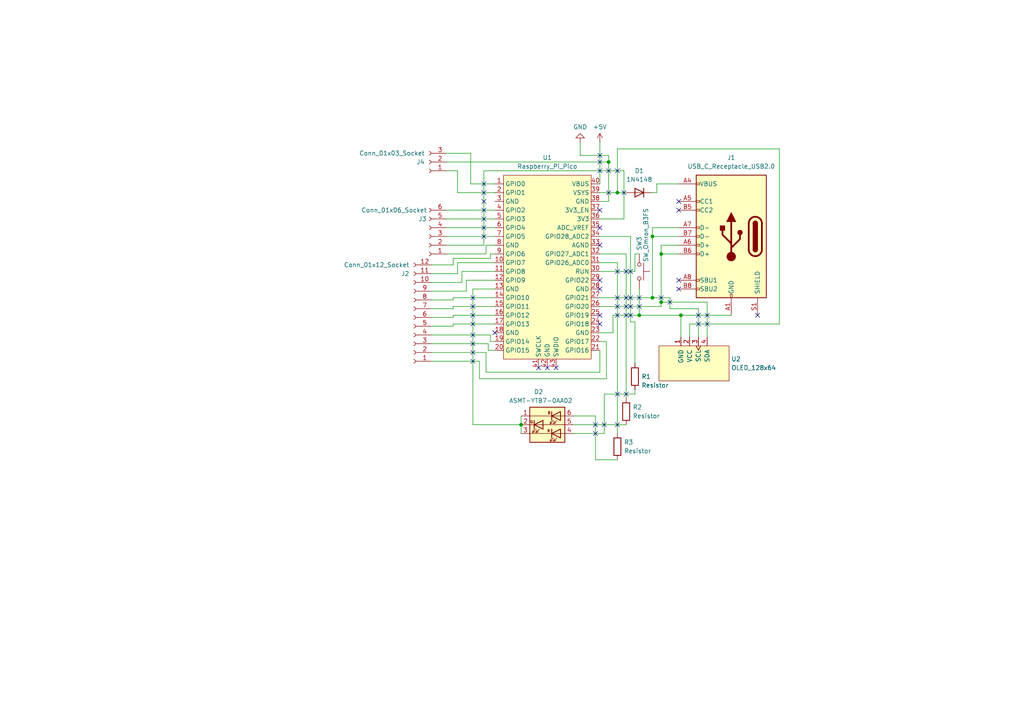
<source format=kicad_sch>
(kicad_sch (version 20230121) (generator eeschema)

  (uuid cc93ba93-52c5-40e3-999d-01b7f0e97828)

  (paper "A4")

  (lib_symbols
    (symbol "Connector:Conn_01x03_Socket" (pin_names (offset 1.016) hide) (in_bom yes) (on_board yes)
      (property "Reference" "J" (at 0 5.08 0)
        (effects (font (size 1.27 1.27)))
      )
      (property "Value" "Conn_01x03_Socket" (at 0 -5.08 0)
        (effects (font (size 1.27 1.27)))
      )
      (property "Footprint" "" (at 0 0 0)
        (effects (font (size 1.27 1.27)) hide)
      )
      (property "Datasheet" "~" (at 0 0 0)
        (effects (font (size 1.27 1.27)) hide)
      )
      (property "ki_locked" "" (at 0 0 0)
        (effects (font (size 1.27 1.27)))
      )
      (property "ki_keywords" "connector" (at 0 0 0)
        (effects (font (size 1.27 1.27)) hide)
      )
      (property "ki_description" "Generic connector, single row, 01x03, script generated" (at 0 0 0)
        (effects (font (size 1.27 1.27)) hide)
      )
      (property "ki_fp_filters" "Connector*:*_1x??_*" (at 0 0 0)
        (effects (font (size 1.27 1.27)) hide)
      )
      (symbol "Conn_01x03_Socket_1_1"
        (arc (start 0 -2.032) (mid -0.5058 -2.54) (end 0 -3.048)
          (stroke (width 0.1524) (type default))
          (fill (type none))
        )
        (polyline
          (pts
            (xy -1.27 -2.54)
            (xy -0.508 -2.54)
          )
          (stroke (width 0.1524) (type default))
          (fill (type none))
        )
        (polyline
          (pts
            (xy -1.27 0)
            (xy -0.508 0)
          )
          (stroke (width 0.1524) (type default))
          (fill (type none))
        )
        (polyline
          (pts
            (xy -1.27 2.54)
            (xy -0.508 2.54)
          )
          (stroke (width 0.1524) (type default))
          (fill (type none))
        )
        (arc (start 0 0.508) (mid -0.5058 0) (end 0 -0.508)
          (stroke (width 0.1524) (type default))
          (fill (type none))
        )
        (arc (start 0 3.048) (mid -0.5058 2.54) (end 0 2.032)
          (stroke (width 0.1524) (type default))
          (fill (type none))
        )
        (pin passive line (at -5.08 2.54 0) (length 3.81)
          (name "Pin_1" (effects (font (size 1.27 1.27))))
          (number "1" (effects (font (size 1.27 1.27))))
        )
        (pin passive line (at -5.08 0 0) (length 3.81)
          (name "Pin_2" (effects (font (size 1.27 1.27))))
          (number "2" (effects (font (size 1.27 1.27))))
        )
        (pin passive line (at -5.08 -2.54 0) (length 3.81)
          (name "Pin_3" (effects (font (size 1.27 1.27))))
          (number "3" (effects (font (size 1.27 1.27))))
        )
      )
    )
    (symbol "Connector:Conn_01x06_Socket" (pin_names (offset 1.016) hide) (in_bom yes) (on_board yes)
      (property "Reference" "J" (at 0 7.62 0)
        (effects (font (size 1.27 1.27)))
      )
      (property "Value" "Conn_01x06_Socket" (at 0 -10.16 0)
        (effects (font (size 1.27 1.27)))
      )
      (property "Footprint" "" (at 0 0 0)
        (effects (font (size 1.27 1.27)) hide)
      )
      (property "Datasheet" "~" (at 0 0 0)
        (effects (font (size 1.27 1.27)) hide)
      )
      (property "ki_locked" "" (at 0 0 0)
        (effects (font (size 1.27 1.27)))
      )
      (property "ki_keywords" "connector" (at 0 0 0)
        (effects (font (size 1.27 1.27)) hide)
      )
      (property "ki_description" "Generic connector, single row, 01x06, script generated" (at 0 0 0)
        (effects (font (size 1.27 1.27)) hide)
      )
      (property "ki_fp_filters" "Connector*:*_1x??_*" (at 0 0 0)
        (effects (font (size 1.27 1.27)) hide)
      )
      (symbol "Conn_01x06_Socket_1_1"
        (arc (start 0 -7.112) (mid -0.5058 -7.62) (end 0 -8.128)
          (stroke (width 0.1524) (type default))
          (fill (type none))
        )
        (arc (start 0 -4.572) (mid -0.5058 -5.08) (end 0 -5.588)
          (stroke (width 0.1524) (type default))
          (fill (type none))
        )
        (arc (start 0 -2.032) (mid -0.5058 -2.54) (end 0 -3.048)
          (stroke (width 0.1524) (type default))
          (fill (type none))
        )
        (polyline
          (pts
            (xy -1.27 -7.62)
            (xy -0.508 -7.62)
          )
          (stroke (width 0.1524) (type default))
          (fill (type none))
        )
        (polyline
          (pts
            (xy -1.27 -5.08)
            (xy -0.508 -5.08)
          )
          (stroke (width 0.1524) (type default))
          (fill (type none))
        )
        (polyline
          (pts
            (xy -1.27 -2.54)
            (xy -0.508 -2.54)
          )
          (stroke (width 0.1524) (type default))
          (fill (type none))
        )
        (polyline
          (pts
            (xy -1.27 0)
            (xy -0.508 0)
          )
          (stroke (width 0.1524) (type default))
          (fill (type none))
        )
        (polyline
          (pts
            (xy -1.27 2.54)
            (xy -0.508 2.54)
          )
          (stroke (width 0.1524) (type default))
          (fill (type none))
        )
        (polyline
          (pts
            (xy -1.27 5.08)
            (xy -0.508 5.08)
          )
          (stroke (width 0.1524) (type default))
          (fill (type none))
        )
        (arc (start 0 0.508) (mid -0.5058 0) (end 0 -0.508)
          (stroke (width 0.1524) (type default))
          (fill (type none))
        )
        (arc (start 0 3.048) (mid -0.5058 2.54) (end 0 2.032)
          (stroke (width 0.1524) (type default))
          (fill (type none))
        )
        (arc (start 0 5.588) (mid -0.5058 5.08) (end 0 4.572)
          (stroke (width 0.1524) (type default))
          (fill (type none))
        )
        (pin passive line (at -5.08 5.08 0) (length 3.81)
          (name "Pin_1" (effects (font (size 1.27 1.27))))
          (number "1" (effects (font (size 1.27 1.27))))
        )
        (pin passive line (at -5.08 2.54 0) (length 3.81)
          (name "Pin_2" (effects (font (size 1.27 1.27))))
          (number "2" (effects (font (size 1.27 1.27))))
        )
        (pin passive line (at -5.08 0 0) (length 3.81)
          (name "Pin_3" (effects (font (size 1.27 1.27))))
          (number "3" (effects (font (size 1.27 1.27))))
        )
        (pin passive line (at -5.08 -2.54 0) (length 3.81)
          (name "Pin_4" (effects (font (size 1.27 1.27))))
          (number "4" (effects (font (size 1.27 1.27))))
        )
        (pin passive line (at -5.08 -5.08 0) (length 3.81)
          (name "Pin_5" (effects (font (size 1.27 1.27))))
          (number "5" (effects (font (size 1.27 1.27))))
        )
        (pin passive line (at -5.08 -7.62 0) (length 3.81)
          (name "Pin_6" (effects (font (size 1.27 1.27))))
          (number "6" (effects (font (size 1.27 1.27))))
        )
      )
    )
    (symbol "Connector:Conn_01x12_Socket" (pin_names (offset 1.016) hide) (in_bom yes) (on_board yes)
      (property "Reference" "J" (at 0 15.24 0)
        (effects (font (size 1.27 1.27)))
      )
      (property "Value" "Conn_01x12_Socket" (at 0 -17.78 0)
        (effects (font (size 1.27 1.27)))
      )
      (property "Footprint" "" (at 0 0 0)
        (effects (font (size 1.27 1.27)) hide)
      )
      (property "Datasheet" "~" (at 0 0 0)
        (effects (font (size 1.27 1.27)) hide)
      )
      (property "ki_locked" "" (at 0 0 0)
        (effects (font (size 1.27 1.27)))
      )
      (property "ki_keywords" "connector" (at 0 0 0)
        (effects (font (size 1.27 1.27)) hide)
      )
      (property "ki_description" "Generic connector, single row, 01x12, script generated" (at 0 0 0)
        (effects (font (size 1.27 1.27)) hide)
      )
      (property "ki_fp_filters" "Connector*:*_1x??_*" (at 0 0 0)
        (effects (font (size 1.27 1.27)) hide)
      )
      (symbol "Conn_01x12_Socket_1_1"
        (arc (start 0 -14.732) (mid -0.5058 -15.24) (end 0 -15.748)
          (stroke (width 0.1524) (type default))
          (fill (type none))
        )
        (arc (start 0 -12.192) (mid -0.5058 -12.7) (end 0 -13.208)
          (stroke (width 0.1524) (type default))
          (fill (type none))
        )
        (arc (start 0 -9.652) (mid -0.5058 -10.16) (end 0 -10.668)
          (stroke (width 0.1524) (type default))
          (fill (type none))
        )
        (arc (start 0 -7.112) (mid -0.5058 -7.62) (end 0 -8.128)
          (stroke (width 0.1524) (type default))
          (fill (type none))
        )
        (arc (start 0 -4.572) (mid -0.5058 -5.08) (end 0 -5.588)
          (stroke (width 0.1524) (type default))
          (fill (type none))
        )
        (arc (start 0 -2.032) (mid -0.5058 -2.54) (end 0 -3.048)
          (stroke (width 0.1524) (type default))
          (fill (type none))
        )
        (polyline
          (pts
            (xy -1.27 -15.24)
            (xy -0.508 -15.24)
          )
          (stroke (width 0.1524) (type default))
          (fill (type none))
        )
        (polyline
          (pts
            (xy -1.27 -12.7)
            (xy -0.508 -12.7)
          )
          (stroke (width 0.1524) (type default))
          (fill (type none))
        )
        (polyline
          (pts
            (xy -1.27 -10.16)
            (xy -0.508 -10.16)
          )
          (stroke (width 0.1524) (type default))
          (fill (type none))
        )
        (polyline
          (pts
            (xy -1.27 -7.62)
            (xy -0.508 -7.62)
          )
          (stroke (width 0.1524) (type default))
          (fill (type none))
        )
        (polyline
          (pts
            (xy -1.27 -5.08)
            (xy -0.508 -5.08)
          )
          (stroke (width 0.1524) (type default))
          (fill (type none))
        )
        (polyline
          (pts
            (xy -1.27 -2.54)
            (xy -0.508 -2.54)
          )
          (stroke (width 0.1524) (type default))
          (fill (type none))
        )
        (polyline
          (pts
            (xy -1.27 0)
            (xy -0.508 0)
          )
          (stroke (width 0.1524) (type default))
          (fill (type none))
        )
        (polyline
          (pts
            (xy -1.27 2.54)
            (xy -0.508 2.54)
          )
          (stroke (width 0.1524) (type default))
          (fill (type none))
        )
        (polyline
          (pts
            (xy -1.27 5.08)
            (xy -0.508 5.08)
          )
          (stroke (width 0.1524) (type default))
          (fill (type none))
        )
        (polyline
          (pts
            (xy -1.27 7.62)
            (xy -0.508 7.62)
          )
          (stroke (width 0.1524) (type default))
          (fill (type none))
        )
        (polyline
          (pts
            (xy -1.27 10.16)
            (xy -0.508 10.16)
          )
          (stroke (width 0.1524) (type default))
          (fill (type none))
        )
        (polyline
          (pts
            (xy -1.27 12.7)
            (xy -0.508 12.7)
          )
          (stroke (width 0.1524) (type default))
          (fill (type none))
        )
        (arc (start 0 0.508) (mid -0.5058 0) (end 0 -0.508)
          (stroke (width 0.1524) (type default))
          (fill (type none))
        )
        (arc (start 0 3.048) (mid -0.5058 2.54) (end 0 2.032)
          (stroke (width 0.1524) (type default))
          (fill (type none))
        )
        (arc (start 0 5.588) (mid -0.5058 5.08) (end 0 4.572)
          (stroke (width 0.1524) (type default))
          (fill (type none))
        )
        (arc (start 0 8.128) (mid -0.5058 7.62) (end 0 7.112)
          (stroke (width 0.1524) (type default))
          (fill (type none))
        )
        (arc (start 0 10.668) (mid -0.5058 10.16) (end 0 9.652)
          (stroke (width 0.1524) (type default))
          (fill (type none))
        )
        (arc (start 0 13.208) (mid -0.5058 12.7) (end 0 12.192)
          (stroke (width 0.1524) (type default))
          (fill (type none))
        )
        (pin passive line (at -5.08 12.7 0) (length 3.81)
          (name "Pin_1" (effects (font (size 1.27 1.27))))
          (number "1" (effects (font (size 1.27 1.27))))
        )
        (pin passive line (at -5.08 -10.16 0) (length 3.81)
          (name "Pin_10" (effects (font (size 1.27 1.27))))
          (number "10" (effects (font (size 1.27 1.27))))
        )
        (pin passive line (at -5.08 -12.7 0) (length 3.81)
          (name "Pin_11" (effects (font (size 1.27 1.27))))
          (number "11" (effects (font (size 1.27 1.27))))
        )
        (pin passive line (at -5.08 -15.24 0) (length 3.81)
          (name "Pin_12" (effects (font (size 1.27 1.27))))
          (number "12" (effects (font (size 1.27 1.27))))
        )
        (pin passive line (at -5.08 10.16 0) (length 3.81)
          (name "Pin_2" (effects (font (size 1.27 1.27))))
          (number "2" (effects (font (size 1.27 1.27))))
        )
        (pin passive line (at -5.08 7.62 0) (length 3.81)
          (name "Pin_3" (effects (font (size 1.27 1.27))))
          (number "3" (effects (font (size 1.27 1.27))))
        )
        (pin passive line (at -5.08 5.08 0) (length 3.81)
          (name "Pin_4" (effects (font (size 1.27 1.27))))
          (number "4" (effects (font (size 1.27 1.27))))
        )
        (pin passive line (at -5.08 2.54 0) (length 3.81)
          (name "Pin_5" (effects (font (size 1.27 1.27))))
          (number "5" (effects (font (size 1.27 1.27))))
        )
        (pin passive line (at -5.08 0 0) (length 3.81)
          (name "Pin_6" (effects (font (size 1.27 1.27))))
          (number "6" (effects (font (size 1.27 1.27))))
        )
        (pin passive line (at -5.08 -2.54 0) (length 3.81)
          (name "Pin_7" (effects (font (size 1.27 1.27))))
          (number "7" (effects (font (size 1.27 1.27))))
        )
        (pin passive line (at -5.08 -5.08 0) (length 3.81)
          (name "Pin_8" (effects (font (size 1.27 1.27))))
          (number "8" (effects (font (size 1.27 1.27))))
        )
        (pin passive line (at -5.08 -7.62 0) (length 3.81)
          (name "Pin_9" (effects (font (size 1.27 1.27))))
          (number "9" (effects (font (size 1.27 1.27))))
        )
      )
    )
    (symbol "Connector:USB_C_Receptacle_USB2.0" (pin_names (offset 1.016)) (in_bom yes) (on_board yes)
      (property "Reference" "J" (at -10.16 19.05 0)
        (effects (font (size 1.27 1.27)) (justify left))
      )
      (property "Value" "USB_C_Receptacle_USB2.0" (at 19.05 19.05 0)
        (effects (font (size 1.27 1.27)) (justify right))
      )
      (property "Footprint" "" (at 3.81 0 0)
        (effects (font (size 1.27 1.27)) hide)
      )
      (property "Datasheet" "https://www.usb.org/sites/default/files/documents/usb_type-c.zip" (at 3.81 0 0)
        (effects (font (size 1.27 1.27)) hide)
      )
      (property "ki_keywords" "usb universal serial bus type-C USB2.0" (at 0 0 0)
        (effects (font (size 1.27 1.27)) hide)
      )
      (property "ki_description" "USB 2.0-only Type-C Receptacle connector" (at 0 0 0)
        (effects (font (size 1.27 1.27)) hide)
      )
      (property "ki_fp_filters" "USB*C*Receptacle*" (at 0 0 0)
        (effects (font (size 1.27 1.27)) hide)
      )
      (symbol "USB_C_Receptacle_USB2.0_0_0"
        (rectangle (start -0.254 -17.78) (end 0.254 -16.764)
          (stroke (width 0) (type default))
          (fill (type none))
        )
        (rectangle (start 10.16 -14.986) (end 9.144 -15.494)
          (stroke (width 0) (type default))
          (fill (type none))
        )
        (rectangle (start 10.16 -12.446) (end 9.144 -12.954)
          (stroke (width 0) (type default))
          (fill (type none))
        )
        (rectangle (start 10.16 -4.826) (end 9.144 -5.334)
          (stroke (width 0) (type default))
          (fill (type none))
        )
        (rectangle (start 10.16 -2.286) (end 9.144 -2.794)
          (stroke (width 0) (type default))
          (fill (type none))
        )
        (rectangle (start 10.16 0.254) (end 9.144 -0.254)
          (stroke (width 0) (type default))
          (fill (type none))
        )
        (rectangle (start 10.16 2.794) (end 9.144 2.286)
          (stroke (width 0) (type default))
          (fill (type none))
        )
        (rectangle (start 10.16 7.874) (end 9.144 7.366)
          (stroke (width 0) (type default))
          (fill (type none))
        )
        (rectangle (start 10.16 10.414) (end 9.144 9.906)
          (stroke (width 0) (type default))
          (fill (type none))
        )
        (rectangle (start 10.16 15.494) (end 9.144 14.986)
          (stroke (width 0) (type default))
          (fill (type none))
        )
      )
      (symbol "USB_C_Receptacle_USB2.0_0_1"
        (rectangle (start -10.16 17.78) (end 10.16 -17.78)
          (stroke (width 0.254) (type default))
          (fill (type background))
        )
        (arc (start -8.89 -3.81) (mid -6.985 -5.7067) (end -5.08 -3.81)
          (stroke (width 0.508) (type default))
          (fill (type none))
        )
        (arc (start -7.62 -3.81) (mid -6.985 -4.4423) (end -6.35 -3.81)
          (stroke (width 0.254) (type default))
          (fill (type none))
        )
        (arc (start -7.62 -3.81) (mid -6.985 -4.4423) (end -6.35 -3.81)
          (stroke (width 0.254) (type default))
          (fill (type outline))
        )
        (rectangle (start -7.62 -3.81) (end -6.35 3.81)
          (stroke (width 0.254) (type default))
          (fill (type outline))
        )
        (arc (start -6.35 3.81) (mid -6.985 4.4423) (end -7.62 3.81)
          (stroke (width 0.254) (type default))
          (fill (type none))
        )
        (arc (start -6.35 3.81) (mid -6.985 4.4423) (end -7.62 3.81)
          (stroke (width 0.254) (type default))
          (fill (type outline))
        )
        (arc (start -5.08 3.81) (mid -6.985 5.7067) (end -8.89 3.81)
          (stroke (width 0.508) (type default))
          (fill (type none))
        )
        (circle (center -2.54 1.143) (radius 0.635)
          (stroke (width 0.254) (type default))
          (fill (type outline))
        )
        (circle (center 0 -5.842) (radius 1.27)
          (stroke (width 0) (type default))
          (fill (type outline))
        )
        (polyline
          (pts
            (xy -8.89 -3.81)
            (xy -8.89 3.81)
          )
          (stroke (width 0.508) (type default))
          (fill (type none))
        )
        (polyline
          (pts
            (xy -5.08 3.81)
            (xy -5.08 -3.81)
          )
          (stroke (width 0.508) (type default))
          (fill (type none))
        )
        (polyline
          (pts
            (xy 0 -5.842)
            (xy 0 4.318)
          )
          (stroke (width 0.508) (type default))
          (fill (type none))
        )
        (polyline
          (pts
            (xy 0 -3.302)
            (xy -2.54 -0.762)
            (xy -2.54 0.508)
          )
          (stroke (width 0.508) (type default))
          (fill (type none))
        )
        (polyline
          (pts
            (xy 0 -2.032)
            (xy 2.54 0.508)
            (xy 2.54 1.778)
          )
          (stroke (width 0.508) (type default))
          (fill (type none))
        )
        (polyline
          (pts
            (xy -1.27 4.318)
            (xy 0 6.858)
            (xy 1.27 4.318)
            (xy -1.27 4.318)
          )
          (stroke (width 0.254) (type default))
          (fill (type outline))
        )
        (rectangle (start 1.905 1.778) (end 3.175 3.048)
          (stroke (width 0.254) (type default))
          (fill (type outline))
        )
      )
      (symbol "USB_C_Receptacle_USB2.0_1_1"
        (pin passive line (at 0 -22.86 90) (length 5.08)
          (name "GND" (effects (font (size 1.27 1.27))))
          (number "A1" (effects (font (size 1.27 1.27))))
        )
        (pin passive line (at 0 -22.86 90) (length 5.08) hide
          (name "GND" (effects (font (size 1.27 1.27))))
          (number "A12" (effects (font (size 1.27 1.27))))
        )
        (pin passive line (at 15.24 15.24 180) (length 5.08)
          (name "VBUS" (effects (font (size 1.27 1.27))))
          (number "A4" (effects (font (size 1.27 1.27))))
        )
        (pin bidirectional line (at 15.24 10.16 180) (length 5.08)
          (name "CC1" (effects (font (size 1.27 1.27))))
          (number "A5" (effects (font (size 1.27 1.27))))
        )
        (pin bidirectional line (at 15.24 -2.54 180) (length 5.08)
          (name "D+" (effects (font (size 1.27 1.27))))
          (number "A6" (effects (font (size 1.27 1.27))))
        )
        (pin bidirectional line (at 15.24 2.54 180) (length 5.08)
          (name "D-" (effects (font (size 1.27 1.27))))
          (number "A7" (effects (font (size 1.27 1.27))))
        )
        (pin bidirectional line (at 15.24 -12.7 180) (length 5.08)
          (name "SBU1" (effects (font (size 1.27 1.27))))
          (number "A8" (effects (font (size 1.27 1.27))))
        )
        (pin passive line (at 15.24 15.24 180) (length 5.08) hide
          (name "VBUS" (effects (font (size 1.27 1.27))))
          (number "A9" (effects (font (size 1.27 1.27))))
        )
        (pin passive line (at 0 -22.86 90) (length 5.08) hide
          (name "GND" (effects (font (size 1.27 1.27))))
          (number "B1" (effects (font (size 1.27 1.27))))
        )
        (pin passive line (at 0 -22.86 90) (length 5.08) hide
          (name "GND" (effects (font (size 1.27 1.27))))
          (number "B12" (effects (font (size 1.27 1.27))))
        )
        (pin passive line (at 15.24 15.24 180) (length 5.08) hide
          (name "VBUS" (effects (font (size 1.27 1.27))))
          (number "B4" (effects (font (size 1.27 1.27))))
        )
        (pin bidirectional line (at 15.24 7.62 180) (length 5.08)
          (name "CC2" (effects (font (size 1.27 1.27))))
          (number "B5" (effects (font (size 1.27 1.27))))
        )
        (pin bidirectional line (at 15.24 -5.08 180) (length 5.08)
          (name "D+" (effects (font (size 1.27 1.27))))
          (number "B6" (effects (font (size 1.27 1.27))))
        )
        (pin bidirectional line (at 15.24 0 180) (length 5.08)
          (name "D-" (effects (font (size 1.27 1.27))))
          (number "B7" (effects (font (size 1.27 1.27))))
        )
        (pin bidirectional line (at 15.24 -15.24 180) (length 5.08)
          (name "SBU2" (effects (font (size 1.27 1.27))))
          (number "B8" (effects (font (size 1.27 1.27))))
        )
        (pin passive line (at 15.24 15.24 180) (length 5.08) hide
          (name "VBUS" (effects (font (size 1.27 1.27))))
          (number "B9" (effects (font (size 1.27 1.27))))
        )
        (pin passive line (at -7.62 -22.86 90) (length 5.08)
          (name "SHIELD" (effects (font (size 1.27 1.27))))
          (number "S1" (effects (font (size 1.27 1.27))))
        )
      )
    )
    (symbol "Diode:1N4148" (pin_numbers hide) (pin_names hide) (in_bom yes) (on_board yes)
      (property "Reference" "D" (at 0 2.54 0)
        (effects (font (size 1.27 1.27)))
      )
      (property "Value" "1N4148" (at 0 -2.54 0)
        (effects (font (size 1.27 1.27)))
      )
      (property "Footprint" "Diode_THT:D_DO-35_SOD27_P7.62mm_Horizontal" (at 0 0 0)
        (effects (font (size 1.27 1.27)) hide)
      )
      (property "Datasheet" "https://assets.nexperia.com/documents/data-sheet/1N4148_1N4448.pdf" (at 0 0 0)
        (effects (font (size 1.27 1.27)) hide)
      )
      (property "Sim.Device" "D" (at 0 0 0)
        (effects (font (size 1.27 1.27)) hide)
      )
      (property "Sim.Pins" "1=K 2=A" (at 0 0 0)
        (effects (font (size 1.27 1.27)) hide)
      )
      (property "ki_keywords" "diode" (at 0 0 0)
        (effects (font (size 1.27 1.27)) hide)
      )
      (property "ki_description" "100V 0.15A standard switching diode, DO-35" (at 0 0 0)
        (effects (font (size 1.27 1.27)) hide)
      )
      (property "ki_fp_filters" "D*DO?35*" (at 0 0 0)
        (effects (font (size 1.27 1.27)) hide)
      )
      (symbol "1N4148_0_1"
        (polyline
          (pts
            (xy -1.27 1.27)
            (xy -1.27 -1.27)
          )
          (stroke (width 0.254) (type default))
          (fill (type none))
        )
        (polyline
          (pts
            (xy 1.27 0)
            (xy -1.27 0)
          )
          (stroke (width 0) (type default))
          (fill (type none))
        )
        (polyline
          (pts
            (xy 1.27 1.27)
            (xy 1.27 -1.27)
            (xy -1.27 0)
            (xy 1.27 1.27)
          )
          (stroke (width 0.254) (type default))
          (fill (type none))
        )
      )
      (symbol "1N4148_1_1"
        (pin passive line (at -3.81 0 0) (length 2.54)
          (name "K" (effects (font (size 1.27 1.27))))
          (number "1" (effects (font (size 1.27 1.27))))
        )
        (pin passive line (at 3.81 0 180) (length 2.54)
          (name "A" (effects (font (size 1.27 1.27))))
          (number "2" (effects (font (size 1.27 1.27))))
        )
      )
    )
    (symbol "LED:ASMT-YTB7-0AA02" (pin_names hide) (in_bom yes) (on_board yes)
      (property "Reference" "D" (at -5.08 6.35 0)
        (effects (font (size 1.27 1.27)) (justify left))
      )
      (property "Value" "ASMT-YTB7-0AA02" (at -5.08 -6.35 0)
        (effects (font (size 1.27 1.27)) (justify left))
      )
      (property "Footprint" "LED_SMD:LED_Avago_PLCC6_3x2.8mm" (at -5.08 -8.128 0)
        (effects (font (size 1.27 1.27)) (justify left) hide)
      )
      (property "Datasheet" "https://docs.broadcom.com/docs/AV02-3793EN" (at 3.81 0 0)
        (effects (font (size 1.27 1.27)) (justify left) hide)
      )
      (property "ki_keywords" "LED RGB" (at 0 0 0)
        (effects (font (size 1.27 1.27)) hide)
      )
      (property "ki_description" "Triple LED RVB (Avago Technology)" (at 0 0 0)
        (effects (font (size 1.27 1.27)) hide)
      )
      (property "ki_fp_filters" "LED?Avago?PLCC6?3x2.8mm*" (at 0 0 0)
        (effects (font (size 1.27 1.27)) hide)
      )
      (symbol "ASMT-YTB7-0AA02_0_0"
        (text "B" (at -0.508 -3.4544 0)
          (effects (font (size 0.762 0.762)))
        )
        (text "G" (at 4.5466 -0.8382 0)
          (effects (font (size 0.762 0.762)))
        )
        (text "R" (at -0.381 1.8034 0)
          (effects (font (size 0.762 0.762)))
        )
      )
      (symbol "ASMT-YTB7-0AA02_0_1"
        (rectangle (start -5.08 5.08) (end 5.08 -5.08)
          (stroke (width 0.254) (type default))
          (fill (type background))
        )
        (polyline
          (pts
            (xy -5.08 -2.54)
            (xy 5.08 -2.54)
          )
          (stroke (width 0) (type default))
          (fill (type none))
        )
        (polyline
          (pts
            (xy -5.08 0)
            (xy 5.08 0)
          )
          (stroke (width 0) (type default))
          (fill (type none))
        )
        (polyline
          (pts
            (xy -5.08 2.54)
            (xy 5.08 2.54)
          )
          (stroke (width 0) (type default))
          (fill (type none))
        )
        (polyline
          (pts
            (xy -2.794 -1.27)
            (xy -1.778 -0.254)
          )
          (stroke (width 0) (type default))
          (fill (type none))
        )
        (polyline
          (pts
            (xy -2.794 3.81)
            (xy -1.778 4.826)
          )
          (stroke (width 0) (type default))
          (fill (type none))
        )
        (polyline
          (pts
            (xy -1.778 -1.27)
            (xy -0.762 -0.254)
          )
          (stroke (width 0) (type default))
          (fill (type none))
        )
        (polyline
          (pts
            (xy -1.778 3.81)
            (xy -0.762 4.826)
          )
          (stroke (width 0) (type default))
          (fill (type none))
        )
        (polyline
          (pts
            (xy -1.27 -1.27)
            (xy -1.27 -3.81)
          )
          (stroke (width 0.254) (type default))
          (fill (type none))
        )
        (polyline
          (pts
            (xy -1.27 3.81)
            (xy -1.27 1.27)
          )
          (stroke (width 0.254) (type default))
          (fill (type none))
        )
        (polyline
          (pts
            (xy 2.286 1.27)
            (xy 3.302 2.286)
          )
          (stroke (width 0) (type default))
          (fill (type none))
        )
        (polyline
          (pts
            (xy 3.302 1.27)
            (xy 4.318 2.286)
          )
          (stroke (width 0) (type default))
          (fill (type none))
        )
        (polyline
          (pts
            (xy 3.81 1.27)
            (xy 3.81 -1.27)
          )
          (stroke (width 0.254) (type default))
          (fill (type none))
        )
        (polyline
          (pts
            (xy -2.54 4.572)
            (xy -1.778 4.826)
            (xy -2.032 4.064)
          )
          (stroke (width 0) (type default))
          (fill (type none))
        )
        (polyline
          (pts
            (xy -2.032 -1.016)
            (xy -1.778 -0.254)
            (xy -2.54 -0.508)
          )
          (stroke (width 0) (type default))
          (fill (type none))
        )
        (polyline
          (pts
            (xy -1.524 -0.508)
            (xy -0.762 -0.254)
            (xy -1.016 -1.016)
          )
          (stroke (width 0) (type default))
          (fill (type none))
        )
        (polyline
          (pts
            (xy -1.524 4.572)
            (xy -0.762 4.826)
            (xy -1.016 4.064)
          )
          (stroke (width 0) (type default))
          (fill (type none))
        )
        (polyline
          (pts
            (xy 3.048 1.524)
            (xy 3.302 2.286)
            (xy 2.54 2.032)
          )
          (stroke (width 0) (type default))
          (fill (type none))
        )
        (polyline
          (pts
            (xy 3.556 2.032)
            (xy 4.318 2.286)
            (xy 4.064 1.524)
          )
          (stroke (width 0) (type default))
          (fill (type none))
        )
        (polyline
          (pts
            (xy -3.81 -1.27)
            (xy -3.81 -3.81)
            (xy -1.27 -2.54)
            (xy -3.81 -1.27)
          )
          (stroke (width 0.254) (type default))
          (fill (type none))
        )
        (polyline
          (pts
            (xy -3.81 3.81)
            (xy -3.81 1.27)
            (xy -1.27 2.54)
            (xy -3.81 3.81)
          )
          (stroke (width 0.254) (type default))
          (fill (type none))
        )
        (polyline
          (pts
            (xy 1.27 1.27)
            (xy 1.27 -1.27)
            (xy 3.81 0)
            (xy 1.27 1.27)
          )
          (stroke (width 0.254) (type default))
          (fill (type none))
        )
      )
      (symbol "ASMT-YTB7-0AA02_1_1"
        (pin passive line (at 7.62 -2.54 180) (length 2.54)
          (name "KB" (effects (font (size 1.27 1.27))))
          (number "1" (effects (font (size 1.27 1.27))))
        )
        (pin passive line (at 7.62 0 180) (length 2.54)
          (name "KG" (effects (font (size 1.27 1.27))))
          (number "2" (effects (font (size 1.27 1.27))))
        )
        (pin passive line (at 7.62 2.54 180) (length 2.54)
          (name "KR" (effects (font (size 1.27 1.27))))
          (number "3" (effects (font (size 1.27 1.27))))
        )
        (pin passive line (at -7.62 2.54 0) (length 2.54)
          (name "AR" (effects (font (size 1.27 1.27))))
          (number "4" (effects (font (size 1.27 1.27))))
        )
        (pin passive line (at -7.62 0 0) (length 2.54)
          (name "AG" (effects (font (size 1.27 1.27))))
          (number "5" (effects (font (size 1.27 1.27))))
        )
        (pin passive line (at -7.62 -2.54 0) (length 2.54)
          (name "AB" (effects (font (size 1.27 1.27))))
          (number "6" (effects (font (size 1.27 1.27))))
        )
      )
    )
    (symbol "ScottoKeebs:MCU_Raspberry_Pi_Pico" (in_bom yes) (on_board yes)
      (property "Reference" "U" (at 0 0 0)
        (effects (font (size 1.27 1.27)))
      )
      (property "Value" "Raspberry_Pi_Pico" (at 0 27.94 0)
        (effects (font (size 1.27 1.27)))
      )
      (property "Footprint" "ScottoKeebs_MCU:Raspberry_Pi_Pico" (at 0 30.48 0)
        (effects (font (size 1.27 1.27)) hide)
      )
      (property "Datasheet" "" (at 0 0 0)
        (effects (font (size 1.27 1.27)) hide)
      )
      (symbol "MCU_Raspberry_Pi_Pico_0_1"
        (rectangle (start -12.7 26.67) (end 12.7 -26.67)
          (stroke (width 0) (type default))
          (fill (type background))
        )
      )
      (symbol "MCU_Raspberry_Pi_Pico_1_1"
        (pin bidirectional line (at -15.24 24.13 0) (length 2.54)
          (name "GPIO0" (effects (font (size 1.27 1.27))))
          (number "1" (effects (font (size 1.27 1.27))))
        )
        (pin bidirectional line (at -15.24 1.27 0) (length 2.54)
          (name "GPIO7" (effects (font (size 1.27 1.27))))
          (number "10" (effects (font (size 1.27 1.27))))
        )
        (pin bidirectional line (at -15.24 -1.27 0) (length 2.54)
          (name "GPIO8" (effects (font (size 1.27 1.27))))
          (number "11" (effects (font (size 1.27 1.27))))
        )
        (pin bidirectional line (at -15.24 -3.81 0) (length 2.54)
          (name "GPIO9" (effects (font (size 1.27 1.27))))
          (number "12" (effects (font (size 1.27 1.27))))
        )
        (pin power_in line (at -15.24 -6.35 0) (length 2.54)
          (name "GND" (effects (font (size 1.27 1.27))))
          (number "13" (effects (font (size 1.27 1.27))))
        )
        (pin bidirectional line (at -15.24 -8.89 0) (length 2.54)
          (name "GPIO10" (effects (font (size 1.27 1.27))))
          (number "14" (effects (font (size 1.27 1.27))))
        )
        (pin bidirectional line (at -15.24 -11.43 0) (length 2.54)
          (name "GPIO11" (effects (font (size 1.27 1.27))))
          (number "15" (effects (font (size 1.27 1.27))))
        )
        (pin bidirectional line (at -15.24 -13.97 0) (length 2.54)
          (name "GPIO12" (effects (font (size 1.27 1.27))))
          (number "16" (effects (font (size 1.27 1.27))))
        )
        (pin bidirectional line (at -15.24 -16.51 0) (length 2.54)
          (name "GPIO13" (effects (font (size 1.27 1.27))))
          (number "17" (effects (font (size 1.27 1.27))))
        )
        (pin power_in line (at -15.24 -19.05 0) (length 2.54)
          (name "GND" (effects (font (size 1.27 1.27))))
          (number "18" (effects (font (size 1.27 1.27))))
        )
        (pin bidirectional line (at -15.24 -21.59 0) (length 2.54)
          (name "GPIO14" (effects (font (size 1.27 1.27))))
          (number "19" (effects (font (size 1.27 1.27))))
        )
        (pin bidirectional line (at -15.24 21.59 0) (length 2.54)
          (name "GPIO1" (effects (font (size 1.27 1.27))))
          (number "2" (effects (font (size 1.27 1.27))))
        )
        (pin bidirectional line (at -15.24 -24.13 0) (length 2.54)
          (name "GPIO15" (effects (font (size 1.27 1.27))))
          (number "20" (effects (font (size 1.27 1.27))))
        )
        (pin bidirectional line (at 15.24 -24.13 180) (length 2.54)
          (name "GPIO16" (effects (font (size 1.27 1.27))))
          (number "21" (effects (font (size 1.27 1.27))))
        )
        (pin bidirectional line (at 15.24 -21.59 180) (length 2.54)
          (name "GPIO17" (effects (font (size 1.27 1.27))))
          (number "22" (effects (font (size 1.27 1.27))))
        )
        (pin power_in line (at 15.24 -19.05 180) (length 2.54)
          (name "GND" (effects (font (size 1.27 1.27))))
          (number "23" (effects (font (size 1.27 1.27))))
        )
        (pin bidirectional line (at 15.24 -16.51 180) (length 2.54)
          (name "GPIO18" (effects (font (size 1.27 1.27))))
          (number "24" (effects (font (size 1.27 1.27))))
        )
        (pin bidirectional line (at 15.24 -13.97 180) (length 2.54)
          (name "GPIO19" (effects (font (size 1.27 1.27))))
          (number "25" (effects (font (size 1.27 1.27))))
        )
        (pin bidirectional line (at 15.24 -11.43 180) (length 2.54)
          (name "GPIO20" (effects (font (size 1.27 1.27))))
          (number "26" (effects (font (size 1.27 1.27))))
        )
        (pin bidirectional line (at 15.24 -8.89 180) (length 2.54)
          (name "GPIO21" (effects (font (size 1.27 1.27))))
          (number "27" (effects (font (size 1.27 1.27))))
        )
        (pin power_in line (at 15.24 -6.35 180) (length 2.54)
          (name "GND" (effects (font (size 1.27 1.27))))
          (number "28" (effects (font (size 1.27 1.27))))
        )
        (pin bidirectional line (at 15.24 -3.81 180) (length 2.54)
          (name "GPIO22" (effects (font (size 1.27 1.27))))
          (number "29" (effects (font (size 1.27 1.27))))
        )
        (pin power_in line (at -15.24 19.05 0) (length 2.54)
          (name "GND" (effects (font (size 1.27 1.27))))
          (number "3" (effects (font (size 1.27 1.27))))
        )
        (pin input line (at 15.24 -1.27 180) (length 2.54)
          (name "RUN" (effects (font (size 1.27 1.27))))
          (number "30" (effects (font (size 1.27 1.27))))
        )
        (pin bidirectional line (at 15.24 1.27 180) (length 2.54)
          (name "GPIO26_ADC0" (effects (font (size 1.27 1.27))))
          (number "31" (effects (font (size 1.27 1.27))))
        )
        (pin bidirectional line (at 15.24 3.81 180) (length 2.54)
          (name "GPIO27_ADC1" (effects (font (size 1.27 1.27))))
          (number "32" (effects (font (size 1.27 1.27))))
        )
        (pin power_in line (at 15.24 6.35 180) (length 2.54)
          (name "AGND" (effects (font (size 1.27 1.27))))
          (number "33" (effects (font (size 1.27 1.27))))
        )
        (pin bidirectional line (at 15.24 8.89 180) (length 2.54)
          (name "GPIO28_ADC2" (effects (font (size 1.27 1.27))))
          (number "34" (effects (font (size 1.27 1.27))))
        )
        (pin power_in line (at 15.24 11.43 180) (length 2.54)
          (name "ADC_VREF" (effects (font (size 1.27 1.27))))
          (number "35" (effects (font (size 1.27 1.27))))
        )
        (pin power_in line (at 15.24 13.97 180) (length 2.54)
          (name "3V3" (effects (font (size 1.27 1.27))))
          (number "36" (effects (font (size 1.27 1.27))))
        )
        (pin input line (at 15.24 16.51 180) (length 2.54)
          (name "3V3_EN" (effects (font (size 1.27 1.27))))
          (number "37" (effects (font (size 1.27 1.27))))
        )
        (pin bidirectional line (at 15.24 19.05 180) (length 2.54)
          (name "GND" (effects (font (size 1.27 1.27))))
          (number "38" (effects (font (size 1.27 1.27))))
        )
        (pin power_in line (at 15.24 21.59 180) (length 2.54)
          (name "VSYS" (effects (font (size 1.27 1.27))))
          (number "39" (effects (font (size 1.27 1.27))))
        )
        (pin bidirectional line (at -15.24 16.51 0) (length 2.54)
          (name "GPIO2" (effects (font (size 1.27 1.27))))
          (number "4" (effects (font (size 1.27 1.27))))
        )
        (pin power_in line (at 15.24 24.13 180) (length 2.54)
          (name "VBUS" (effects (font (size 1.27 1.27))))
          (number "40" (effects (font (size 1.27 1.27))))
        )
        (pin input line (at -2.54 -29.21 90) (length 2.54)
          (name "SWCLK" (effects (font (size 1.27 1.27))))
          (number "41" (effects (font (size 1.27 1.27))))
        )
        (pin power_in line (at 0 -29.21 90) (length 2.54)
          (name "GND" (effects (font (size 1.27 1.27))))
          (number "42" (effects (font (size 1.27 1.27))))
        )
        (pin bidirectional line (at 2.54 -29.21 90) (length 2.54)
          (name "SWDIO" (effects (font (size 1.27 1.27))))
          (number "43" (effects (font (size 1.27 1.27))))
        )
        (pin bidirectional line (at -15.24 13.97 0) (length 2.54)
          (name "GPIO3" (effects (font (size 1.27 1.27))))
          (number "5" (effects (font (size 1.27 1.27))))
        )
        (pin bidirectional line (at -15.24 11.43 0) (length 2.54)
          (name "GPIO4" (effects (font (size 1.27 1.27))))
          (number "6" (effects (font (size 1.27 1.27))))
        )
        (pin bidirectional line (at -15.24 8.89 0) (length 2.54)
          (name "GPIO5" (effects (font (size 1.27 1.27))))
          (number "7" (effects (font (size 1.27 1.27))))
        )
        (pin power_in line (at -15.24 6.35 0) (length 2.54)
          (name "GND" (effects (font (size 1.27 1.27))))
          (number "8" (effects (font (size 1.27 1.27))))
        )
        (pin bidirectional line (at -15.24 3.81 0) (length 2.54)
          (name "GPIO6" (effects (font (size 1.27 1.27))))
          (number "9" (effects (font (size 1.27 1.27))))
        )
      )
    )
    (symbol "ScottoKeebs:OLED_128x64" (pin_names (offset 1.016)) (in_bom yes) (on_board yes)
      (property "Reference" "J" (at 0 -11.43 0)
        (effects (font (size 1.27 1.27)))
      )
      (property "Value" "OLED_128x64" (at 0 -7.62 0)
        (effects (font (size 1.27 1.27)))
      )
      (property "Footprint" "ScottoKeebs_Components:OLED_128x64" (at 0 -13.97 0)
        (effects (font (size 1.27 1.27)) hide)
      )
      (property "Datasheet" "" (at 1.27 0 90)
        (effects (font (size 1.27 1.27)) hide)
      )
      (symbol "OLED_128x64_0_1"
        (rectangle (start 10.16 -10.16) (end -10.16 0)
          (stroke (width 0) (type default))
          (fill (type background))
        )
      )
      (symbol "OLED_128x64_1_1"
        (pin power_in line (at -3.81 2.54 270) (length 2.54)
          (name "GND" (effects (font (size 1.27 1.27))))
          (number "1" (effects (font (size 1.27 1.27))))
        )
        (pin power_in line (at -1.27 2.54 270) (length 2.54)
          (name "VCC" (effects (font (size 1.27 1.27))))
          (number "2" (effects (font (size 1.27 1.27))))
        )
        (pin input clock (at 1.27 2.54 270) (length 2.54)
          (name "SCL" (effects (font (size 1.27 1.27))))
          (number "3" (effects (font (size 1.27 1.27))))
        )
        (pin bidirectional line (at 3.81 2.54 270) (length 2.54)
          (name "SDA" (effects (font (size 1.27 1.27))))
          (number "4" (effects (font (size 1.27 1.27))))
        )
      )
    )
    (symbol "ScottoKeebs:Placeholder_Resistor" (pin_numbers hide) (pin_names (offset 0)) (in_bom yes) (on_board yes)
      (property "Reference" "R" (at 0 2.032 0)
        (effects (font (size 1.27 1.27)))
      )
      (property "Value" "Resistor" (at 0 -2.54 0)
        (effects (font (size 1.27 1.27)))
      )
      (property "Footprint" "" (at 0 -1.778 0)
        (effects (font (size 1.27 1.27)) hide)
      )
      (property "Datasheet" "~" (at 0 0 90)
        (effects (font (size 1.27 1.27)) hide)
      )
      (property "ki_keywords" "R res resistor" (at 0 0 0)
        (effects (font (size 1.27 1.27)) hide)
      )
      (property "ki_description" "Resistor" (at 0 0 0)
        (effects (font (size 1.27 1.27)) hide)
      )
      (property "ki_fp_filters" "R_*" (at 0 0 0)
        (effects (font (size 1.27 1.27)) hide)
      )
      (symbol "Placeholder_Resistor_0_1"
        (rectangle (start 2.54 -1.016) (end -2.54 1.016)
          (stroke (width 0.254) (type default))
          (fill (type none))
        )
      )
      (symbol "Placeholder_Resistor_1_1"
        (pin passive line (at -3.81 0 0) (length 1.27)
          (name "~" (effects (font (size 1.27 1.27))))
          (number "1" (effects (font (size 1.27 1.27))))
        )
        (pin passive line (at 3.81 0 180) (length 1.27)
          (name "~" (effects (font (size 1.27 1.27))))
          (number "2" (effects (font (size 1.27 1.27))))
        )
      )
    )
    (symbol "Switch:SW_Omron_B3FS" (pin_numbers hide) (pin_names (offset 1.016) hide) (in_bom yes) (on_board yes)
      (property "Reference" "SW" (at 1.27 2.54 0)
        (effects (font (size 1.27 1.27)) (justify left))
      )
      (property "Value" "SW_Omron_B3FS" (at 0 -1.524 0)
        (effects (font (size 1.27 1.27)))
      )
      (property "Footprint" "" (at 0 5.08 0)
        (effects (font (size 1.27 1.27)) hide)
      )
      (property "Datasheet" "https://omronfs.omron.com/en_US/ecb/products/pdf/en-b3fs.pdf" (at 0 5.08 0)
        (effects (font (size 1.27 1.27)) hide)
      )
      (property "ki_keywords" "switch normally-open pushbutton push-button" (at 0 0 0)
        (effects (font (size 1.27 1.27)) hide)
      )
      (property "ki_description" "Omron B3FS 6x6mm single pole normally-open tactile switch" (at 0 0 0)
        (effects (font (size 1.27 1.27)) hide)
      )
      (property "ki_fp_filters" "SW*Omron*B3FS*" (at 0 0 0)
        (effects (font (size 1.27 1.27)) hide)
      )
      (symbol "SW_Omron_B3FS_0_1"
        (circle (center -2.032 0) (radius 0.508)
          (stroke (width 0) (type default))
          (fill (type none))
        )
        (polyline
          (pts
            (xy 0 1.27)
            (xy 0 3.048)
          )
          (stroke (width 0) (type default))
          (fill (type none))
        )
        (polyline
          (pts
            (xy 2.54 1.27)
            (xy -2.54 1.27)
          )
          (stroke (width 0) (type default))
          (fill (type none))
        )
        (circle (center 2.032 0) (radius 0.508)
          (stroke (width 0) (type default))
          (fill (type none))
        )
        (pin passive line (at -5.08 0 0) (length 2.54)
          (name "1" (effects (font (size 1.27 1.27))))
          (number "1" (effects (font (size 1.27 1.27))))
        )
        (pin passive line (at 5.08 0 180) (length 2.54)
          (name "2" (effects (font (size 1.27 1.27))))
          (number "2" (effects (font (size 1.27 1.27))))
        )
      )
    )
    (symbol "power:+5V" (power) (pin_names (offset 0)) (in_bom yes) (on_board yes)
      (property "Reference" "#PWR" (at 0 -3.81 0)
        (effects (font (size 1.27 1.27)) hide)
      )
      (property "Value" "+5V" (at 0 3.556 0)
        (effects (font (size 1.27 1.27)))
      )
      (property "Footprint" "" (at 0 0 0)
        (effects (font (size 1.27 1.27)) hide)
      )
      (property "Datasheet" "" (at 0 0 0)
        (effects (font (size 1.27 1.27)) hide)
      )
      (property "ki_keywords" "global power" (at 0 0 0)
        (effects (font (size 1.27 1.27)) hide)
      )
      (property "ki_description" "Power symbol creates a global label with name \"+5V\"" (at 0 0 0)
        (effects (font (size 1.27 1.27)) hide)
      )
      (symbol "+5V_0_1"
        (polyline
          (pts
            (xy -0.762 1.27)
            (xy 0 2.54)
          )
          (stroke (width 0) (type default))
          (fill (type none))
        )
        (polyline
          (pts
            (xy 0 0)
            (xy 0 2.54)
          )
          (stroke (width 0) (type default))
          (fill (type none))
        )
        (polyline
          (pts
            (xy 0 2.54)
            (xy 0.762 1.27)
          )
          (stroke (width 0) (type default))
          (fill (type none))
        )
      )
      (symbol "+5V_1_1"
        (pin power_in line (at 0 0 90) (length 0) hide
          (name "+5V" (effects (font (size 1.27 1.27))))
          (number "1" (effects (font (size 1.27 1.27))))
        )
      )
    )
    (symbol "power:GND" (power) (pin_names (offset 0)) (in_bom yes) (on_board yes)
      (property "Reference" "#PWR" (at 0 -6.35 0)
        (effects (font (size 1.27 1.27)) hide)
      )
      (property "Value" "GND" (at 0 -3.81 0)
        (effects (font (size 1.27 1.27)))
      )
      (property "Footprint" "" (at 0 0 0)
        (effects (font (size 1.27 1.27)) hide)
      )
      (property "Datasheet" "" (at 0 0 0)
        (effects (font (size 1.27 1.27)) hide)
      )
      (property "ki_keywords" "global power" (at 0 0 0)
        (effects (font (size 1.27 1.27)) hide)
      )
      (property "ki_description" "Power symbol creates a global label with name \"GND\" , ground" (at 0 0 0)
        (effects (font (size 1.27 1.27)) hide)
      )
      (symbol "GND_0_1"
        (polyline
          (pts
            (xy 0 0)
            (xy 0 -1.27)
            (xy 1.27 -1.27)
            (xy 0 -2.54)
            (xy -1.27 -1.27)
            (xy 0 -1.27)
          )
          (stroke (width 0) (type default))
          (fill (type none))
        )
      )
      (symbol "GND_1_1"
        (pin power_in line (at 0 0 270) (length 0) hide
          (name "GND" (effects (font (size 1.27 1.27))))
          (number "1" (effects (font (size 1.27 1.27))))
        )
      )
    )
  )

  (junction (at 185.42 91.44) (diameter 0) (color 0 0 0 0)
    (uuid 67959809-d2a2-4420-a8bf-3c3c2fd889c5)
  )
  (junction (at 179.07 55.88) (diameter 0) (color 0 0 0 0)
    (uuid 6e06d41f-b7f7-4355-811d-77e7af332848)
  )
  (junction (at 189.23 86.36) (diameter 0) (color 0 0 0 0)
    (uuid 6e98f6a5-246c-4a21-af2a-175c853d7c2f)
  )
  (junction (at 197.485 91.44) (diameter 0) (color 0 0 0 0)
    (uuid 7c6a60d2-c141-4ea0-96dc-f9500c704b31)
  )
  (junction (at 189.23 68.58) (diameter 0) (color 0 0 0 0)
    (uuid a5566aab-12f6-450c-b1c6-7ca5ef3052a1)
  )
  (junction (at 176.53 46.99) (diameter 0) (color 0 0 0 0)
    (uuid ac3cf0ea-ca3a-49db-b2cc-28c3068698f3)
  )
  (junction (at 191.77 73.66) (diameter 0) (color 0 0 0 0)
    (uuid cc217aec-e719-4fe2-a41a-b2e4b21c6aa2)
  )
  (junction (at 191.77 87.63) (diameter 0) (color 0 0 0 0)
    (uuid ccdf3c12-0161-460b-beac-002dcfc43f16)
  )
  (junction (at 151.13 123.19) (diameter 0) (color 0 0 0 0)
    (uuid ff6f29c3-e3a5-48e0-97d5-0d8c3673cacc)
  )

  (no_connect (at 182.88 86.36) (uuid 0338a0b8-b9d4-472f-8431-f702cf07ff85))
  (no_connect (at 196.85 81.28) (uuid 0c5d7bf9-f6e8-48dc-bc7a-53c383f31484))
  (no_connect (at 137.16 97.155) (uuid 0e2e7eca-d760-402a-94cc-7bf0fa42b269))
  (no_connect (at 176.53 49.53) (uuid 1154d065-3c34-43a3-acb5-4e850dad8025))
  (no_connect (at 181.61 114.3) (uuid 11b87b6b-d243-455c-a124-4585c13fe57b))
  (no_connect (at 205.105 91.44) (uuid 18c155be-f95e-4705-ad52-3cadbec66a40))
  (no_connect (at 140.335 60.96) (uuid 194a4598-ad1e-40bd-8873-ddb713fa3677))
  (no_connect (at 172.72 123.19) (uuid 1f507b39-9185-44d5-826f-2e255b9cd8b6))
  (no_connect (at 140.335 68.58) (uuid 1f7a4ec1-067a-4d5a-814d-85bf9c2e203a))
  (no_connect (at 137.16 102.235) (uuid 200a4b19-30c7-426e-82a8-5081ee5698ad))
  (no_connect (at 158.75 106.68) (uuid 26d9c1f5-bee4-47f6-ba98-a9d61837d61a))
  (no_connect (at 194.31 87.63) (uuid 2c887f1e-6d2e-456d-bd11-1975721c8103))
  (no_connect (at 180.975 55.88) (uuid 3197ad65-d737-45c9-b91f-f8927c965e07))
  (no_connect (at 140.335 55.88) (uuid 33ed421a-76bf-4661-a818-810ca06b7db4))
  (no_connect (at 179.07 114.3) (uuid 34697a93-a231-46f1-92cc-bc527d68e404))
  (no_connect (at 173.99 49.53) (uuid 3524ee55-0df5-4d69-8463-644314b503f4))
  (no_connect (at 173.99 46.99) (uuid 36720930-fc47-4957-ad24-9b1fb0608d77))
  (no_connect (at 173.99 45.085) (uuid 3720b23a-cd6b-4f67-8fc7-fdd1eed99190))
  (no_connect (at 182.88 91.44) (uuid 37cdca94-9905-4421-bdbb-2259f9bc5128))
  (no_connect (at 173.99 66.04) (uuid 3bd959d1-97a0-4721-93a9-a1ac766ee05c))
  (no_connect (at 196.85 83.82) (uuid 4389b0d0-7a43-4c86-a79e-b61c74543749))
  (no_connect (at 185.42 88.9) (uuid 43b9af1c-7d6c-4661-bb52-8ab8e7ea32dd))
  (no_connect (at 137.16 93.98) (uuid 45ab037f-019b-4a78-98ab-0f2bbdc04ad6))
  (no_connect (at 137.16 104.775) (uuid 497a29cd-025e-40c1-9ab8-97c521c30ad1))
  (no_connect (at 182.88 88.9) (uuid 554908f2-83a2-4e9a-96fc-3ab3f6bccedc))
  (no_connect (at 179.07 78.74) (uuid 59b2bfdc-e44e-4a63-b738-19e5de5f15b2))
  (no_connect (at 181.61 78.74) (uuid 5a59bb4b-b636-4bb0-a6ea-da591a31c7e7))
  (no_connect (at 172.72 125.73) (uuid 60729825-ec47-4fb8-adfe-9a93d60e7810))
  (no_connect (at 140.335 53.34) (uuid 611dd5ea-3d1f-47f9-b022-6515f9ff7005))
  (no_connect (at 140.335 63.5) (uuid 613c1945-d60e-4fe0-b61d-6ef9f82834c0))
  (no_connect (at 202.565 93.98) (uuid 624d2a0c-0844-4b05-98ae-674ed5741f4a))
  (no_connect (at 181.61 86.36) (uuid 673dc129-14ce-483d-893d-ed96d22b5dc7))
  (no_connect (at 191.77 86.36) (uuid 6d5772ef-cc6a-40a7-8b3c-fad491a67a45))
  (no_connect (at 182.88 78.74) (uuid 7319c4ba-b753-4316-aea9-7b1dacccf336))
  (no_connect (at 156.21 106.68) (uuid 77dabc5f-15b1-4d0e-b7a1-998918edbc91))
  (no_connect (at 179.07 49.53) (uuid 86b22b17-91c9-4b1d-86d7-7c74b3562214))
  (no_connect (at 179.07 123.19) (uuid 878c79fc-597d-4a91-b512-e9b70c183421))
  (no_connect (at 140.335 66.04) (uuid 8e441491-5e7b-4761-89bc-f34e56ebbc33))
  (no_connect (at 137.16 86.36) (uuid 90a9d9db-ae18-4ae4-8ece-03967c2a610d))
  (no_connect (at 137.16 88.9) (uuid 9598081b-670a-4dc5-ad62-2c37339470d0))
  (no_connect (at 140.335 58.42) (uuid 97edefe0-f66d-4d59-9e94-284ae3186465))
  (no_connect (at 179.07 91.44) (uuid 9dc5b428-3dd7-428a-ba69-c242b12848fe))
  (no_connect (at 181.61 88.9) (uuid a05fe6cd-4cf0-466c-905c-f18f0025b8b0))
  (no_connect (at 196.85 58.42) (uuid a0d6e819-cb8b-4e2a-ba7a-ffaa59863631))
  (no_connect (at 173.99 91.44) (uuid a5d37720-9cfc-4517-9906-ffca88c6f4c4))
  (no_connect (at 173.99 93.98) (uuid a8546028-fc34-4c2d-92d7-7a4e4f096e50))
  (no_connect (at 173.99 60.96) (uuid b2f29633-0a72-4297-ac90-192471ccf278))
  (no_connect (at 175.26 123.19) (uuid b59c7d84-9477-47a2-8448-60ea3c32995d))
  (no_connect (at 173.99 81.28) (uuid b894ada9-2a8e-4f6b-b5a2-e329b6f9cd83))
  (no_connect (at 181.61 91.44) (uuid be5dd9fa-fc7f-440a-97a2-99db195ca9cd))
  (no_connect (at 179.07 88.9) (uuid c10f18c8-76cc-4627-9bd8-60ded38cbdf3))
  (no_connect (at 179.07 86.36) (uuid c5416713-a0c2-40ac-a0d0-2ad1f1208582))
  (no_connect (at 196.85 60.96) (uuid cd6d532a-6322-479a-82c6-1a6bc156a00a))
  (no_connect (at 202.565 91.44) (uuid d241e228-e57e-4f1e-b273-dd89d808b2e8))
  (no_connect (at 137.16 99.695) (uuid d8a56101-afcc-4b21-96e9-8403c9bea4e5))
  (no_connect (at 173.99 83.82) (uuid dd20274c-6f45-4fe1-84da-ff2a41f5ccf3))
  (no_connect (at 161.29 106.68) (uuid e4faa409-d1a6-4a49-9571-034cb98a30a5))
  (no_connect (at 176.53 55.88) (uuid e6e77447-ef2b-4782-bf48-a7082d1bc1f1))
  (no_connect (at 137.16 91.44) (uuid e9fc50a9-6e90-4b44-ad40-79ed6b2ee622))
  (no_connect (at 219.71 91.44) (uuid eb987d53-3e1e-4c91-a65e-777c47d6a253))
  (no_connect (at 143.51 96.52) (uuid efc0dc56-c7e2-4aeb-ace3-36d951c5a227))
  (no_connect (at 205.105 93.98) (uuid f8a0b9d1-dfc5-4600-af7b-3eedab02ccd9))
  (no_connect (at 185.42 86.36) (uuid fbc84930-3115-468a-8345-a1c70d430c19))
  (no_connect (at 173.99 71.12) (uuid ffe30e56-a6f6-4a1a-bc54-c38cdef60309))

  (wire (pts (xy 190.5 53.34) (xy 196.85 53.34))
    (stroke (width 0) (type default))
    (uuid 00bc8158-dfbd-41e8-8eae-fc38f07563d5)
  )
  (wire (pts (xy 129.54 66.04) (xy 143.51 66.04))
    (stroke (width 0) (type default))
    (uuid 0227bc50-1386-4dc7-b264-6ec2b2b38948)
  )
  (wire (pts (xy 142.24 97.155) (xy 142.24 99.06))
    (stroke (width 0) (type default))
    (uuid 0431080c-8854-45a6-8c7e-dc66df7555d4)
  )
  (wire (pts (xy 133.985 78.74) (xy 143.51 78.74))
    (stroke (width 0) (type default))
    (uuid 05aa95b7-2338-48e6-b255-af8e1326bc5f)
  )
  (wire (pts (xy 194.31 89.535) (xy 202.565 89.535))
    (stroke (width 0) (type default))
    (uuid 06ab0f0e-4ab6-4994-8f2d-3f962b57555c)
  )
  (wire (pts (xy 176.53 46.99) (xy 176.53 58.42))
    (stroke (width 0) (type default))
    (uuid 08382fca-ae38-4a1c-97d2-56dea62a03dd)
  )
  (wire (pts (xy 131.445 76.835) (xy 131.445 74.93))
    (stroke (width 0) (type default))
    (uuid 0888b481-5b2e-4fa5-922d-0983bc413384)
  )
  (wire (pts (xy 175.895 99.06) (xy 173.99 99.06))
    (stroke (width 0) (type default))
    (uuid 0bd565d9-44c5-4907-9e43-eec5ebaf979f)
  )
  (wire (pts (xy 197.485 91.44) (xy 212.09 91.44))
    (stroke (width 0) (type default))
    (uuid 0c103989-9abb-4362-b4bd-5ac076fc0621)
  )
  (wire (pts (xy 185.42 83.82) (xy 185.42 91.44))
    (stroke (width 0) (type default))
    (uuid 0da09e31-9ecb-43c4-ad06-978ca28c8f1f)
  )
  (wire (pts (xy 133.985 81.915) (xy 133.985 78.74))
    (stroke (width 0) (type default))
    (uuid 0e946381-2d09-49ad-8e05-9abd96320b8e)
  )
  (wire (pts (xy 151.13 120.65) (xy 151.13 123.19))
    (stroke (width 0) (type default))
    (uuid 11121bb7-a95e-47d1-95c3-21b5d1756475)
  )
  (wire (pts (xy 132.715 49.53) (xy 129.54 49.53))
    (stroke (width 0) (type default))
    (uuid 11b3726e-39e1-4db6-bb2f-137638e17402)
  )
  (wire (pts (xy 184.15 105.41) (xy 184.15 93.345))
    (stroke (width 0) (type default))
    (uuid 1513a61c-03f3-4133-b36a-81ab3ddf05ac)
  )
  (wire (pts (xy 136.525 53.34) (xy 136.525 44.45))
    (stroke (width 0) (type default))
    (uuid 16557be0-d4e4-4a98-b5be-7e35d02ba0bf)
  )
  (wire (pts (xy 141.605 101.6) (xy 143.51 101.6))
    (stroke (width 0) (type default))
    (uuid 1b679041-9f89-4196-9c35-a463cf803f38)
  )
  (wire (pts (xy 191.77 71.12) (xy 196.85 71.12))
    (stroke (width 0) (type default))
    (uuid 1f1213cb-bebc-4308-9f22-52b151635fad)
  )
  (wire (pts (xy 190.5 55.88) (xy 190.5 53.34))
    (stroke (width 0) (type default))
    (uuid 1f45dedc-f325-4c5c-9275-a08c1f9fa78e)
  )
  (wire (pts (xy 137.16 83.82) (xy 143.51 83.82))
    (stroke (width 0) (type default))
    (uuid 2069962b-e946-4ac9-846d-fb70bde40a59)
  )
  (wire (pts (xy 175.26 114.3) (xy 175.26 125.73))
    (stroke (width 0) (type default))
    (uuid 2139155c-d2a0-4b9c-9a74-790bdf538eee)
  )
  (wire (pts (xy 184.15 73.66) (xy 184.15 78.74))
    (stroke (width 0) (type default))
    (uuid 22750d31-fa64-4d0c-b32c-8b5d9e225266)
  )
  (wire (pts (xy 132.715 76.2) (xy 143.51 76.2))
    (stroke (width 0) (type default))
    (uuid 24e6f765-7b36-408b-8fb6-56a2276398fc)
  )
  (wire (pts (xy 173.99 107.95) (xy 173.99 101.6))
    (stroke (width 0) (type default))
    (uuid 256941f8-1f49-49a6-8c9b-3993b812e26f)
  )
  (wire (pts (xy 168.275 41.275) (xy 168.275 45.085))
    (stroke (width 0) (type default))
    (uuid 2858636a-3a77-4c95-9081-dbb80606b965)
  )
  (wire (pts (xy 129.54 60.96) (xy 143.51 60.96))
    (stroke (width 0) (type default))
    (uuid 2baedb6f-13e6-410b-b611-984c1a9aae95)
  )
  (wire (pts (xy 179.07 125.73) (xy 179.07 76.2))
    (stroke (width 0) (type default))
    (uuid 2bc1c42e-d721-448a-af0c-bbab26f31308)
  )
  (wire (pts (xy 175.26 125.73) (xy 166.37 125.73))
    (stroke (width 0) (type default))
    (uuid 2bd8e74c-9e04-4d52-b376-3a7ddd272e72)
  )
  (wire (pts (xy 191.77 88.9) (xy 191.77 87.63))
    (stroke (width 0) (type default))
    (uuid 2da3b2d1-4335-42d2-9a13-3b5a0ca5050d)
  )
  (wire (pts (xy 184.15 114.3) (xy 175.26 114.3))
    (stroke (width 0) (type default))
    (uuid 31dea953-aee9-47c9-b3e7-368ed67893bd)
  )
  (wire (pts (xy 137.16 83.82) (xy 137.16 123.19))
    (stroke (width 0) (type default))
    (uuid 32202213-94e4-4d9d-804e-b5883873430d)
  )
  (wire (pts (xy 191.77 73.66) (xy 196.85 73.66))
    (stroke (width 0) (type default))
    (uuid 32ba9b66-8dcf-438d-aee2-6daddba7c77c)
  )
  (wire (pts (xy 125.095 76.835) (xy 131.445 76.835))
    (stroke (width 0) (type default))
    (uuid 340c89a6-c942-424e-ba16-388e21c24309)
  )
  (wire (pts (xy 173.99 88.9) (xy 191.77 88.9))
    (stroke (width 0) (type default))
    (uuid 373ea3c5-5bf4-4904-91ea-1fd3c3e0f9cb)
  )
  (wire (pts (xy 125.095 84.455) (xy 135.255 84.455))
    (stroke (width 0) (type default))
    (uuid 397bd2a7-af39-41bd-82cf-bc83d55b1d23)
  )
  (wire (pts (xy 129.54 71.12) (xy 140.335 71.12))
    (stroke (width 0) (type default))
    (uuid 39de15d9-bb52-418d-ad01-7954850c90cc)
  )
  (wire (pts (xy 179.07 55.88) (xy 181.61 55.88))
    (stroke (width 0) (type default))
    (uuid 3a1b5e52-3344-4cd3-90fb-ad3c839f98af)
  )
  (wire (pts (xy 200.025 93.98) (xy 200.025 97.79))
    (stroke (width 0) (type default))
    (uuid 3fb2a740-5ab1-4cce-9cb3-93eb57c21f6d)
  )
  (wire (pts (xy 125.095 81.915) (xy 133.985 81.915))
    (stroke (width 0) (type default))
    (uuid 438fa81f-f8b9-4fef-9fdd-8006aa515a55)
  )
  (wire (pts (xy 179.07 43.18) (xy 226.06 43.18))
    (stroke (width 0) (type default))
    (uuid 45dbdefb-1259-4c7b-a8ee-6bdb6fcf9bc6)
  )
  (wire (pts (xy 184.15 78.74) (xy 173.99 78.74))
    (stroke (width 0) (type default))
    (uuid 4633928c-04b3-4e31-a4fb-1b2f28629f12)
  )
  (wire (pts (xy 125.095 92.075) (xy 131.445 92.075))
    (stroke (width 0) (type default))
    (uuid 4bef7ed4-a51f-4f1d-84dd-cb27389e7845)
  )
  (wire (pts (xy 176.53 45.085) (xy 176.53 46.99))
    (stroke (width 0) (type default))
    (uuid 4e9bd8c6-e364-46f3-81b5-4be9d916c730)
  )
  (wire (pts (xy 135.255 81.28) (xy 143.51 81.28))
    (stroke (width 0) (type default))
    (uuid 51ca4c17-e3d6-4728-a05b-ee2ce05efca2)
  )
  (wire (pts (xy 125.095 97.155) (xy 142.24 97.155))
    (stroke (width 0) (type default))
    (uuid 54cbbf6e-a2f1-44d9-8d18-77efadcf2aea)
  )
  (wire (pts (xy 179.07 76.2) (xy 173.99 76.2))
    (stroke (width 0) (type default))
    (uuid 565c894d-b13b-42f1-8bdb-5762eeead92b)
  )
  (wire (pts (xy 151.13 123.19) (xy 151.13 125.73))
    (stroke (width 0) (type default))
    (uuid 5cfc12fc-1fe5-48dc-8d49-c558d2f159dc)
  )
  (wire (pts (xy 189.23 68.58) (xy 196.85 68.58))
    (stroke (width 0) (type default))
    (uuid 5d8665db-4df8-49b8-a0de-f1908a7c1511)
  )
  (wire (pts (xy 226.06 93.98) (xy 200.025 93.98))
    (stroke (width 0) (type default))
    (uuid 5e66e7d8-eba6-47fa-8450-62328ddad798)
  )
  (wire (pts (xy 125.095 102.235) (xy 140.97 102.235))
    (stroke (width 0) (type default))
    (uuid 5ef49340-c228-4532-be68-519832a5ff80)
  )
  (wire (pts (xy 191.77 87.63) (xy 191.77 73.66))
    (stroke (width 0) (type default))
    (uuid 5f197603-a2b6-49e9-bac2-1531360cbd45)
  )
  (wire (pts (xy 139.065 109.855) (xy 175.895 109.855))
    (stroke (width 0) (type default))
    (uuid 6028734a-d9c3-4dec-b40b-40d3732fbbc4)
  )
  (wire (pts (xy 131.445 92.075) (xy 131.445 91.44))
    (stroke (width 0) (type default))
    (uuid 62255f56-a981-41a3-97ba-973ddf24d0d5)
  )
  (wire (pts (xy 140.335 49.53) (xy 180.975 49.53))
    (stroke (width 0) (type default))
    (uuid 62931bc5-15f6-4ea2-b396-1cdea8d98d9b)
  )
  (wire (pts (xy 142.24 73.66) (xy 143.51 73.66))
    (stroke (width 0) (type default))
    (uuid 62f5eaef-0611-49f7-bd06-34fb2fbe4b03)
  )
  (wire (pts (xy 135.255 84.455) (xy 135.255 81.28))
    (stroke (width 0) (type default))
    (uuid 64232372-520c-4873-892a-83283d43ffa3)
  )
  (wire (pts (xy 180.975 49.53) (xy 180.975 63.5))
    (stroke (width 0) (type default))
    (uuid 671db551-0233-42c8-8430-0c79faea60b9)
  )
  (wire (pts (xy 129.54 73.66) (xy 140.97 73.66))
    (stroke (width 0) (type default))
    (uuid 69c008fd-de73-4f82-9512-ea8e92e53e55)
  )
  (wire (pts (xy 194.31 86.36) (xy 194.31 89.535))
    (stroke (width 0) (type default))
    (uuid 6d18d119-7413-49c8-a042-7264612cbff6)
  )
  (wire (pts (xy 131.445 88.9) (xy 143.51 88.9))
    (stroke (width 0) (type default))
    (uuid 6d9e60f0-fa1d-41a2-89b7-92c72bd5169a)
  )
  (wire (pts (xy 185.42 91.44) (xy 197.485 91.44))
    (stroke (width 0) (type default))
    (uuid 7123d5cf-19ac-4adc-91ab-05c426c2652f)
  )
  (wire (pts (xy 131.445 86.36) (xy 143.51 86.36))
    (stroke (width 0) (type default))
    (uuid 71356c49-7d20-470a-98cb-27f594a0493c)
  )
  (wire (pts (xy 173.99 73.66) (xy 181.61 73.66))
    (stroke (width 0) (type default))
    (uuid 72bddbd9-c9ed-49cd-a214-d2e842ffbb3d)
  )
  (wire (pts (xy 142.24 74.93) (xy 142.24 73.66))
    (stroke (width 0) (type default))
    (uuid 78d7d720-934b-464e-948f-9625e289591c)
  )
  (wire (pts (xy 189.23 86.36) (xy 189.23 68.58))
    (stroke (width 0) (type default))
    (uuid 7b129c94-7f7f-4391-a904-7e75e3ff7c22)
  )
  (wire (pts (xy 185.42 73.66) (xy 184.15 73.66))
    (stroke (width 0) (type default))
    (uuid 7b1bbd15-6547-413d-a74d-6646cf8af7d1)
  )
  (wire (pts (xy 131.445 86.995) (xy 131.445 86.36))
    (stroke (width 0) (type default))
    (uuid 7d609714-ca19-4d1d-998f-6bc4727cd022)
  )
  (wire (pts (xy 140.97 102.235) (xy 140.97 107.95))
    (stroke (width 0) (type default))
    (uuid 7e41a0aa-265b-48e3-bf35-b666f6ed9de6)
  )
  (wire (pts (xy 177.8 91.44) (xy 185.42 91.44))
    (stroke (width 0) (type default))
    (uuid 837ac590-3954-4f31-9f62-544364533c42)
  )
  (wire (pts (xy 143.51 55.88) (xy 132.715 55.88))
    (stroke (width 0) (type default))
    (uuid 83d6c2dc-40bd-423b-b232-9c72757e14ae)
  )
  (wire (pts (xy 184.15 113.03) (xy 184.15 114.3))
    (stroke (width 0) (type default))
    (uuid 85a005f6-eb61-4950-887f-ccf36b70f9b1)
  )
  (wire (pts (xy 166.37 123.19) (xy 181.61 123.19))
    (stroke (width 0) (type default))
    (uuid 85a91d4a-0d6e-4c72-9cdc-21ffe022a713)
  )
  (wire (pts (xy 142.24 99.06) (xy 143.51 99.06))
    (stroke (width 0) (type default))
    (uuid 87486ddf-f165-4e6a-84c5-df98f409bc72)
  )
  (wire (pts (xy 125.095 89.535) (xy 131.445 89.535))
    (stroke (width 0) (type default))
    (uuid 89bfa39d-8690-4715-9ebb-a988ea8afe77)
  )
  (wire (pts (xy 151.13 123.19) (xy 137.16 123.19))
    (stroke (width 0) (type default))
    (uuid 8a23cbfd-3ae2-4049-afca-b1b311e8678e)
  )
  (wire (pts (xy 140.97 73.66) (xy 140.97 71.12))
    (stroke (width 0) (type default))
    (uuid 8b184755-5a0b-47c8-bba9-b79fe0e67eb7)
  )
  (wire (pts (xy 140.335 71.12) (xy 140.335 49.53))
    (stroke (width 0) (type default))
    (uuid 8e0abdf8-71d7-442d-b9d7-a47fbd6f8d43)
  )
  (wire (pts (xy 139.065 104.775) (xy 139.065 109.855))
    (stroke (width 0) (type default))
    (uuid 8e1732bc-c8a7-44b2-9da4-6e1151a8cc30)
  )
  (wire (pts (xy 125.095 86.995) (xy 131.445 86.995))
    (stroke (width 0) (type default))
    (uuid 90420ea9-228d-4de4-bb3b-9e9339420141)
  )
  (wire (pts (xy 205.105 87.63) (xy 205.105 97.79))
    (stroke (width 0) (type default))
    (uuid 9547dc18-4683-4c0d-967b-5b0bb5c120c2)
  )
  (wire (pts (xy 179.07 55.88) (xy 179.07 43.18))
    (stroke (width 0) (type default))
    (uuid 9a491cfa-98c6-4287-a313-bae796bbd1a9)
  )
  (wire (pts (xy 177.8 96.52) (xy 177.8 91.44))
    (stroke (width 0) (type default))
    (uuid 9dd1ff65-96db-45e1-b4b7-e04e269cc4a5)
  )
  (wire (pts (xy 141.605 99.695) (xy 141.605 101.6))
    (stroke (width 0) (type default))
    (uuid 9eb97a64-290f-4ace-968e-ecc7762ce7bb)
  )
  (wire (pts (xy 189.23 66.04) (xy 196.85 66.04))
    (stroke (width 0) (type default))
    (uuid a06ec680-c332-432f-944c-7531e9f94ee9)
  )
  (wire (pts (xy 125.095 94.615) (xy 131.445 94.615))
    (stroke (width 0) (type default))
    (uuid a53bc121-9680-45df-9b68-42574b397f27)
  )
  (wire (pts (xy 136.525 44.45) (xy 129.54 44.45))
    (stroke (width 0) (type default))
    (uuid a66d070d-8d11-4850-a835-98b229074b19)
  )
  (wire (pts (xy 191.77 87.63) (xy 205.105 87.63))
    (stroke (width 0) (type default))
    (uuid a7bc649a-a3ce-4a34-b3f8-2ef73e8236b0)
  )
  (wire (pts (xy 172.72 120.65) (xy 166.37 120.65))
    (stroke (width 0) (type default))
    (uuid a9a66587-b9c1-4a17-9b2e-f8b9d89e8c9d)
  )
  (wire (pts (xy 179.07 133.35) (xy 172.72 133.35))
    (stroke (width 0) (type default))
    (uuid abb7276d-fa1f-4cea-bc19-438b90af2139)
  )
  (wire (pts (xy 181.61 115.57) (xy 181.61 73.66))
    (stroke (width 0) (type default))
    (uuid abfd9d85-7519-48cd-99fe-93da5bd3d38c)
  )
  (wire (pts (xy 189.23 55.88) (xy 190.5 55.88))
    (stroke (width 0) (type default))
    (uuid afa38847-9185-4f13-b314-079cf3cc0fd0)
  )
  (wire (pts (xy 182.88 93.345) (xy 182.88 68.58))
    (stroke (width 0) (type default))
    (uuid b3ae5297-0b36-43e1-be3b-61c1680f9a87)
  )
  (wire (pts (xy 125.095 104.775) (xy 139.065 104.775))
    (stroke (width 0) (type default))
    (uuid b92f0aac-133b-4c12-874e-7874361a590b)
  )
  (wire (pts (xy 184.15 93.345) (xy 182.88 93.345))
    (stroke (width 0) (type default))
    (uuid baaac20b-a68e-4fe7-bb02-75c6c7b3d13e)
  )
  (wire (pts (xy 143.51 53.34) (xy 136.525 53.34))
    (stroke (width 0) (type default))
    (uuid bc534a0a-f092-475a-8449-03b564be3869)
  )
  (wire (pts (xy 129.54 68.58) (xy 143.51 68.58))
    (stroke (width 0) (type default))
    (uuid c1b65a1b-4927-4779-b913-fdcb6493ba3c)
  )
  (wire (pts (xy 172.72 133.35) (xy 172.72 120.65))
    (stroke (width 0) (type default))
    (uuid c1c7742c-fc19-45b2-a1b9-9d9f7d7fa9f7)
  )
  (wire (pts (xy 132.715 55.88) (xy 132.715 49.53))
    (stroke (width 0) (type default))
    (uuid c20f6acd-b8af-4c87-8106-5f055f7312ff)
  )
  (wire (pts (xy 129.54 46.99) (xy 176.53 46.99))
    (stroke (width 0) (type default))
    (uuid c6ed55d3-2715-4d56-91b8-5b9e99b34106)
  )
  (wire (pts (xy 125.095 79.375) (xy 132.715 79.375))
    (stroke (width 0) (type default))
    (uuid c908d0c2-5664-490b-9834-f7883a6f08e7)
  )
  (wire (pts (xy 125.095 99.695) (xy 141.605 99.695))
    (stroke (width 0) (type default))
    (uuid ccf6f027-1f51-451b-a301-c2ae9aeff005)
  )
  (wire (pts (xy 140.97 107.95) (xy 173.99 107.95))
    (stroke (width 0) (type default))
    (uuid d08529bd-10b7-4329-aa6a-df7068f53bbb)
  )
  (wire (pts (xy 202.565 89.535) (xy 202.565 97.79))
    (stroke (width 0) (type default))
    (uuid d178b376-91d1-4d6b-b5bf-a0896396a92f)
  )
  (wire (pts (xy 173.99 96.52) (xy 177.8 96.52))
    (stroke (width 0) (type default))
    (uuid d25555c9-1eaa-4595-a5b6-cb67b732bb87)
  )
  (wire (pts (xy 189.23 68.58) (xy 189.23 66.04))
    (stroke (width 0) (type default))
    (uuid d3e3e710-0b88-4a34-b01d-f2c49e373fdc)
  )
  (wire (pts (xy 131.445 89.535) (xy 131.445 88.9))
    (stroke (width 0) (type default))
    (uuid d755df0b-2c66-411d-a130-98071f49f9df)
  )
  (wire (pts (xy 189.23 86.36) (xy 194.31 86.36))
    (stroke (width 0) (type default))
    (uuid dac96c56-5f46-419c-89d5-0cf3dc220972)
  )
  (wire (pts (xy 129.54 63.5) (xy 143.51 63.5))
    (stroke (width 0) (type default))
    (uuid dc06e7ea-36b2-4758-83e9-d5b6cc23fef1)
  )
  (wire (pts (xy 168.275 45.085) (xy 176.53 45.085))
    (stroke (width 0) (type default))
    (uuid dc667a80-d9f6-4698-88ae-c9a556fe1147)
  )
  (wire (pts (xy 131.445 74.93) (xy 142.24 74.93))
    (stroke (width 0) (type default))
    (uuid dd8a59df-7469-4c8a-88eb-c7e46e416efd)
  )
  (wire (pts (xy 175.895 109.855) (xy 175.895 99.06))
    (stroke (width 0) (type default))
    (uuid ddf2655b-334d-4e58-ab37-e81a29363c09)
  )
  (wire (pts (xy 180.975 63.5) (xy 173.99 63.5))
    (stroke (width 0) (type default))
    (uuid e1d142cf-4ecb-460c-abb5-987ebc764773)
  )
  (wire (pts (xy 173.99 41.275) (xy 173.99 53.34))
    (stroke (width 0) (type default))
    (uuid e568c460-c3f9-460a-bfd4-2f7bfaf541f4)
  )
  (wire (pts (xy 131.445 93.98) (xy 143.51 93.98))
    (stroke (width 0) (type default))
    (uuid e83146c0-2e4f-49dc-9e8a-d444e4456c9d)
  )
  (wire (pts (xy 176.53 58.42) (xy 173.99 58.42))
    (stroke (width 0) (type default))
    (uuid e88eea1d-b948-416f-9cfc-a12fdd7a9907)
  )
  (wire (pts (xy 226.06 43.18) (xy 226.06 93.98))
    (stroke (width 0) (type default))
    (uuid ea6328e0-1dfb-4317-add2-d4651f4ce684)
  )
  (wire (pts (xy 173.99 55.88) (xy 179.07 55.88))
    (stroke (width 0) (type default))
    (uuid ee57c194-4d7a-4c0c-a837-638f6dee9168)
  )
  (wire (pts (xy 191.77 73.66) (xy 191.77 71.12))
    (stroke (width 0) (type default))
    (uuid f10cd021-21fa-4130-a4a6-4b1ec37db5b7)
  )
  (wire (pts (xy 131.445 91.44) (xy 143.51 91.44))
    (stroke (width 0) (type default))
    (uuid f504c9b9-83ee-46a8-a1ef-0b58907b20f0)
  )
  (wire (pts (xy 173.99 86.36) (xy 189.23 86.36))
    (stroke (width 0) (type default))
    (uuid f565f20a-e4bd-4f16-860d-024b44e320f6)
  )
  (wire (pts (xy 132.715 79.375) (xy 132.715 76.2))
    (stroke (width 0) (type default))
    (uuid f5e68aef-7fc8-4dd2-8fe0-e527451b9c74)
  )
  (wire (pts (xy 197.485 91.44) (xy 197.485 97.79))
    (stroke (width 0) (type default))
    (uuid f68e4e7a-a7cf-4ef6-b978-ef1910f0ca9c)
  )
  (wire (pts (xy 140.97 71.12) (xy 143.51 71.12))
    (stroke (width 0) (type default))
    (uuid f91c4106-5154-485d-912a-f7f3ffb8c7c1)
  )
  (wire (pts (xy 131.445 94.615) (xy 131.445 93.98))
    (stroke (width 0) (type default))
    (uuid fac1292e-1a86-4848-940f-969c0e0e8ff5)
  )
  (wire (pts (xy 182.88 68.58) (xy 173.99 68.58))
    (stroke (width 0) (type default))
    (uuid fd09ba5d-6ffa-4bac-86e9-12ce18131c4b)
  )

  (symbol (lib_id "ScottoKeebs:MCU_Raspberry_Pi_Pico") (at 158.75 77.47 0) (unit 1)
    (in_bom yes) (on_board yes) (dnp no) (fields_autoplaced)
    (uuid 0543e4cd-7b0b-4006-bc57-8914b5a61a02)
    (property "Reference" "U1" (at 158.75 45.72 0)
      (effects (font (size 1.27 1.27)))
    )
    (property "Value" "Raspberry_Pi_Pico" (at 158.75 48.26 0)
      (effects (font (size 1.27 1.27)))
    )
    (property "Footprint" "ScottoKeebs_MCU:Raspberry_Pi_Pico" (at 158.75 46.99 0)
      (effects (font (size 1.27 1.27)) hide)
    )
    (property "Datasheet" "" (at 158.75 77.47 0)
      (effects (font (size 1.27 1.27)) hide)
    )
    (pin "1" (uuid e4111628-d195-44e4-9432-d5c9bc5ed9ae))
    (pin "10" (uuid ed8d952d-13c8-4238-a74c-d7a0e8e10646))
    (pin "11" (uuid 0e8b83a1-01dc-405f-a695-5dd37d5b1b7f))
    (pin "12" (uuid 689d63bd-7fe0-4695-89bf-76a58ae54dab))
    (pin "13" (uuid a2bfbfbf-9022-424c-a822-dc87ef0c0092))
    (pin "14" (uuid 1eb8e213-407d-4a8b-9afc-8f9c9e726bcf))
    (pin "15" (uuid 7a211dae-68f5-466a-8680-9b457d1f12e0))
    (pin "16" (uuid 18caec37-f138-49ca-a367-24ce3841d295))
    (pin "17" (uuid 8c72bf10-f247-4fa7-9275-5e2c800877f3))
    (pin "18" (uuid 69524174-4fca-482e-88e3-3ec6a8d1cb8d))
    (pin "19" (uuid 4e46026f-ba3f-442e-b980-a6dcf382d5a6))
    (pin "2" (uuid b1db8dbc-8f73-440f-af0f-9e026a4901a6))
    (pin "20" (uuid 83a66b67-a329-438b-9c69-e57e24b06773))
    (pin "21" (uuid 91ee8b2a-6301-4007-b0a8-4520019df990))
    (pin "22" (uuid a4d0fd5b-589f-473b-b687-d304e893e7b6))
    (pin "23" (uuid 14135704-c1f4-4a1d-8d3f-c2d730d08814))
    (pin "24" (uuid e627ed7f-6899-49a0-9c4c-1fc30722a1ff))
    (pin "25" (uuid 3c9aecbe-ef97-4ef3-b542-48b495088499))
    (pin "26" (uuid 8ce18e1e-ef86-4de8-9553-7ccadbc4b9e5))
    (pin "27" (uuid 95a7360c-2d57-428c-b28e-86149d681267))
    (pin "28" (uuid c0d87c06-454a-494e-a1fb-fee2f86f82a0))
    (pin "29" (uuid 63ee4b93-b7d4-408f-9144-b9527749b452))
    (pin "3" (uuid e0907ca3-f8c7-4b6e-bcb4-c3ce881c2c5a))
    (pin "30" (uuid 96262308-91d7-4ed1-9753-f0064d2b1298))
    (pin "31" (uuid 41b910cc-5d80-4cfe-8cac-de9154036e90))
    (pin "32" (uuid 3196622b-7fc0-40a3-8fc7-ff54e7b1d5ae))
    (pin "33" (uuid 0b1609c8-9da4-4c4f-afd1-4310ad91c873))
    (pin "34" (uuid fc1da85d-9396-4410-8ae5-d5da35271bd6))
    (pin "35" (uuid be885917-142b-4d7c-9172-fb48f122c793))
    (pin "36" (uuid 21bed4fa-981c-4863-b3ad-a2a7655dabb3))
    (pin "37" (uuid 7f9eee5e-0bc0-467c-81a2-dc6724bded74))
    (pin "38" (uuid 0ca0f22f-9d0c-427b-bfad-4e9c18cde28e))
    (pin "39" (uuid d516de53-2553-4bb9-9e9b-70e915482733))
    (pin "4" (uuid 9f0659cd-c061-4941-86af-1ec0a9c56147))
    (pin "40" (uuid 927868d1-b14c-4025-872d-681c68d5ec7c))
    (pin "41" (uuid b02de51e-fc08-4812-948e-af5a10479741))
    (pin "42" (uuid ca86a1dc-a394-4551-86c8-68ee1a0e3d33))
    (pin "43" (uuid f024c708-cc25-43d3-82c8-816102050ae5))
    (pin "5" (uuid fa0a4022-4bcf-432f-a5a0-4f2b0489699d))
    (pin "6" (uuid e41e28ca-768b-4404-94ee-e2845420935f))
    (pin "7" (uuid c96c4c5e-77d6-4d88-99f8-9651d207d3f4))
    (pin "8" (uuid 250f4ed6-b5f0-4887-911e-d2fb5e787317))
    (pin "9" (uuid 5916ab30-ff37-412c-b025-fadee50b4e8b))
    (instances
      (project "mksp_Mk1_rev0"
        (path "/317db825-7ec8-42a4-86c9-29de77488848/9a4d8874-164c-4918-b768-ce32cb89a53f"
          (reference "U1") (unit 1)
        )
      )
      (project "pico_ctrl_board_primary_Mk1_rev1"
        (path "/cc93ba93-52c5-40e3-999d-01b7f0e97828"
          (reference "U1") (unit 1)
        )
      )
    )
  )

  (symbol (lib_id "Diode:1N4148") (at 185.42 55.88 0) (mirror y) (unit 1)
    (in_bom yes) (on_board yes) (dnp no)
    (uuid 2caa60c6-c75c-4ee3-9e35-eb0646ed8811)
    (property "Reference" "D1" (at 185.42 49.53 0)
      (effects (font (size 1.27 1.27)))
    )
    (property "Value" "1N4148" (at 185.42 52.07 0)
      (effects (font (size 1.27 1.27)))
    )
    (property "Footprint" "Diode_THT:D_DO-35_SOD27_P7.62mm_Horizontal" (at 185.42 55.88 0)
      (effects (font (size 1.27 1.27)) hide)
    )
    (property "Datasheet" "https://assets.nexperia.com/documents/data-sheet/1N4148_1N4448.pdf" (at 185.42 55.88 0)
      (effects (font (size 1.27 1.27)) hide)
    )
    (property "Sim.Device" "D" (at 185.42 55.88 0)
      (effects (font (size 1.27 1.27)) hide)
    )
    (property "Sim.Pins" "1=K 2=A" (at 185.42 55.88 0)
      (effects (font (size 1.27 1.27)) hide)
    )
    (pin "1" (uuid 05909e2c-f396-4532-8b82-6868c72160aa))
    (pin "2" (uuid 8ec9625b-c36c-40a0-82ca-7b1f650abb4a))
    (instances
      (project "pico_ctrl_board_primary_Mk1_rev1"
        (path "/cc93ba93-52c5-40e3-999d-01b7f0e97828"
          (reference "D1") (unit 1)
        )
      )
    )
  )

  (symbol (lib_id "ScottoKeebs:Placeholder_Resistor") (at 179.07 129.54 90) (unit 1)
    (in_bom yes) (on_board yes) (dnp no)
    (uuid 41b5e31b-606c-418d-ae3a-d29e9e8c5404)
    (property "Reference" "R3" (at 180.975 128.27 90)
      (effects (font (size 1.27 1.27)) (justify right))
    )
    (property "Value" "Resistor" (at 180.975 130.81 90)
      (effects (font (size 1.27 1.27)) (justify right))
    )
    (property "Footprint" "Resistor_THT:R_Axial_DIN0204_L3.6mm_D1.6mm_P5.08mm_Horizontal" (at 180.848 129.54 0)
      (effects (font (size 1.27 1.27)) hide)
    )
    (property "Datasheet" "~" (at 179.07 129.54 90)
      (effects (font (size 1.27 1.27)) hide)
    )
    (pin "1" (uuid a1879942-19ee-4055-bf5a-3b6ebf65c4be))
    (pin "2" (uuid ccb80184-104f-466b-8b8c-79c919580abf))
    (instances
      (project "mksp_Mk1_rev0"
        (path "/317db825-7ec8-42a4-86c9-29de77488848/9a4d8874-164c-4918-b768-ce32cb89a53f"
          (reference "R3") (unit 1)
        )
      )
      (project "pico_ctrl_board_primary_Mk1_rev1"
        (path "/cc93ba93-52c5-40e3-999d-01b7f0e97828"
          (reference "R3") (unit 1)
        )
      )
    )
  )

  (symbol (lib_id "power:GND") (at 168.275 41.275 180) (unit 1)
    (in_bom yes) (on_board yes) (dnp no) (fields_autoplaced)
    (uuid 468acf7e-6d07-429e-b2b1-facfad0cf3b5)
    (property "Reference" "#PWR02" (at 168.275 34.925 0)
      (effects (font (size 1.27 1.27)) hide)
    )
    (property "Value" "GND" (at 168.275 36.83 0)
      (effects (font (size 1.27 1.27)))
    )
    (property "Footprint" "" (at 168.275 41.275 0)
      (effects (font (size 1.27 1.27)) hide)
    )
    (property "Datasheet" "" (at 168.275 41.275 0)
      (effects (font (size 1.27 1.27)) hide)
    )
    (pin "1" (uuid 0d33b609-d608-4b99-86fe-1aaa70d56e1e))
    (instances
      (project "pico_ctrl_board_primary_Mk1_rev1"
        (path "/cc93ba93-52c5-40e3-999d-01b7f0e97828"
          (reference "#PWR02") (unit 1)
        )
      )
    )
  )

  (symbol (lib_id "Switch:SW_Omron_B3FS") (at 185.42 78.74 270) (mirror x) (unit 1)
    (in_bom yes) (on_board yes) (dnp no)
    (uuid 77fe3b0d-0fa6-40c6-b4a7-9e67e2496903)
    (property "Reference" "SW3" (at 185.42 68.58 0)
      (effects (font (size 1.27 1.27)) (justify right))
    )
    (property "Value" "SW_Omron_B3FS" (at 187.325 60.325 0)
      (effects (font (size 1.27 1.27)) (justify right))
    )
    (property "Footprint" "Button_Switch_SMD:SW_SPST_Omron_B3FS-101xP" (at 190.5 78.74 0)
      (effects (font (size 1.27 1.27)) hide)
    )
    (property "Datasheet" "https://omronfs.omron.com/en_US/ecb/products/pdf/en-b3fs.pdf" (at 190.5 78.74 0)
      (effects (font (size 1.27 1.27)) hide)
    )
    (pin "1" (uuid 852a5a2c-19e9-4a89-9e7a-7cc7529c35e1))
    (pin "2" (uuid ee97dd0d-93ce-485f-ada0-c5fe2633cf40))
    (instances
      (project "mksp_Mk1_rev0"
        (path "/317db825-7ec8-42a4-86c9-29de77488848/9a4d8874-164c-4918-b768-ce32cb89a53f"
          (reference "SW3") (unit 1)
        )
      )
      (project "pico_ctrl_board_primary_Mk1_rev1"
        (path "/cc93ba93-52c5-40e3-999d-01b7f0e97828"
          (reference "SW3") (unit 1)
        )
      )
    )
  )

  (symbol (lib_id "ScottoKeebs:Placeholder_Resistor") (at 181.61 119.38 90) (unit 1)
    (in_bom yes) (on_board yes) (dnp no)
    (uuid 7d99eb27-9d66-4f88-9383-dda888dccd72)
    (property "Reference" "R2" (at 183.515 118.11 90)
      (effects (font (size 1.27 1.27)) (justify right))
    )
    (property "Value" "Resistor" (at 183.515 120.65 90)
      (effects (font (size 1.27 1.27)) (justify right))
    )
    (property "Footprint" "Resistor_THT:R_Axial_DIN0204_L3.6mm_D1.6mm_P5.08mm_Horizontal" (at 183.388 119.38 0)
      (effects (font (size 1.27 1.27)) hide)
    )
    (property "Datasheet" "~" (at 181.61 119.38 90)
      (effects (font (size 1.27 1.27)) hide)
    )
    (pin "1" (uuid eb29e661-4a7c-4289-b224-fc777f74d6b7))
    (pin "2" (uuid 6e26b500-abf6-4dcb-83d0-2d004499ab6b))
    (instances
      (project "mksp_Mk1_rev0"
        (path "/317db825-7ec8-42a4-86c9-29de77488848/9a4d8874-164c-4918-b768-ce32cb89a53f"
          (reference "R2") (unit 1)
        )
      )
      (project "pico_ctrl_board_primary_Mk1_rev1"
        (path "/cc93ba93-52c5-40e3-999d-01b7f0e97828"
          (reference "R2") (unit 1)
        )
      )
    )
  )

  (symbol (lib_id "Connector:Conn_01x12_Socket") (at 120.015 92.075 180) (unit 1)
    (in_bom yes) (on_board yes) (dnp no)
    (uuid 7dbc23e5-1413-4ccd-a057-458984366dd9)
    (property "Reference" "J8" (at 118.745 79.375 0)
      (effects (font (size 1.27 1.27)) (justify left))
    )
    (property "Value" "Conn_01x12_Socket" (at 118.745 76.835 0)
      (effects (font (size 1.27 1.27)) (justify left))
    )
    (property "Footprint" "Connector_JST:JST_GH_SM12B-GHS-TB_1x12-1MP_P1.25mm_Horizontal" (at 120.015 92.075 0)
      (effects (font (size 1.27 1.27)) hide)
    )
    (property "Datasheet" "~" (at 120.015 92.075 0)
      (effects (font (size 1.27 1.27)) hide)
    )
    (pin "1" (uuid 2b18a703-14cf-42ef-a8d0-05f80bce6ba6))
    (pin "10" (uuid fadfd61b-fc14-49d2-b22d-ef9761134be5))
    (pin "11" (uuid 73232355-ec0e-42ef-82b5-8072bc94ae79))
    (pin "12" (uuid ab45da5e-e7f3-4745-b013-39b29bcd15e5))
    (pin "2" (uuid 6ed2bfb0-fdd5-4589-b183-f0fd3a24dd20))
    (pin "3" (uuid 6414e81c-88a1-4eb7-9d24-03772920e54f))
    (pin "4" (uuid 30511c2a-4313-49d2-bc79-eb0f3b8abb49))
    (pin "5" (uuid 3fee449a-c1ad-474f-8bf2-ae7e8ec42b66))
    (pin "6" (uuid 514e2b00-20c4-4c09-b050-1b16e9e9a0ca))
    (pin "7" (uuid 8bae6365-5752-4082-9ae2-c9f4db15207d))
    (pin "8" (uuid 5ba890c4-62c3-4469-832e-1316f888bf65))
    (pin "9" (uuid 70b270b2-13a9-45cb-9e02-db8a24512621))
    (instances
      (project "mksp_Mk1_rev0"
        (path "/317db825-7ec8-42a4-86c9-29de77488848/9a4d8874-164c-4918-b768-ce32cb89a53f"
          (reference "J8") (unit 1)
        )
      )
      (project "pico_ctrl_board_primary_Mk1_rev1"
        (path "/cc93ba93-52c5-40e3-999d-01b7f0e97828"
          (reference "J2") (unit 1)
        )
      )
    )
  )

  (symbol (lib_id "Connector:USB_C_Receptacle_USB2.0") (at 212.09 68.58 0) (mirror y) (unit 1)
    (in_bom yes) (on_board yes) (dnp no)
    (uuid 9d05a1d9-2e92-43bc-8aa9-0f071706fc74)
    (property "Reference" "J4" (at 212.09 45.72 0)
      (effects (font (size 1.27 1.27)))
    )
    (property "Value" "USB_C_Receptacle_USB2.0" (at 212.09 48.26 0)
      (effects (font (size 1.27 1.27)))
    )
    (property "Footprint" "Connector_USB:USB_C_Receptacle_GCT_USB4110" (at 208.28 68.58 0)
      (effects (font (size 1.27 1.27)) hide)
    )
    (property "Datasheet" "https://www.usb.org/sites/default/files/documents/usb_type-c.zip" (at 208.28 68.58 0)
      (effects (font (size 1.27 1.27)) hide)
    )
    (pin "A1" (uuid 6344825f-ff61-4b09-b060-4f1dcb98fb47))
    (pin "A12" (uuid 84dbb7d9-d4be-49e4-9fc0-89416c2ebe8a))
    (pin "A4" (uuid 1fbb2df7-b784-441b-bbdd-b2ac8f99394b))
    (pin "A5" (uuid 29b3325e-1289-4a76-9361-7928139ddc54))
    (pin "A6" (uuid 4942e6ca-005a-45fa-88b7-6153e23cc390))
    (pin "A7" (uuid 14e72141-2513-4765-9315-f9ff9b0bbc3d))
    (pin "A8" (uuid 6452cc1a-859a-4243-9421-9a88abc5d653))
    (pin "A9" (uuid f23c9757-769d-4c86-a08d-e643484fdf44))
    (pin "B1" (uuid 7c772ae5-7019-413a-828c-71b25c9766d5))
    (pin "B12" (uuid bdf1e50b-70ae-46de-a8d0-d945d28cc6ef))
    (pin "B4" (uuid 066afa8a-bb8f-403e-8b07-d36302141d3b))
    (pin "B5" (uuid 2b4f699a-4b05-4a44-9858-dfc720177c75))
    (pin "B6" (uuid 4463290d-1fd1-4406-af99-59d5a2197de4))
    (pin "B7" (uuid bcbb9a04-d0c1-45d3-9851-1ea9aa931ef6))
    (pin "B8" (uuid 54230413-0a62-46d6-b6d9-147b88a301ff))
    (pin "B9" (uuid 9004d8be-e576-413f-967d-218391c0dab6))
    (pin "S1" (uuid b9ce779a-c6f8-4770-879c-1c823b9b5ddc))
    (instances
      (project "mksp_Mk1_rev0"
        (path "/317db825-7ec8-42a4-86c9-29de77488848/9a4d8874-164c-4918-b768-ce32cb89a53f"
          (reference "J4") (unit 1)
        )
      )
      (project "pico_ctrl_board_primary_Mk1_rev1"
        (path "/cc93ba93-52c5-40e3-999d-01b7f0e97828"
          (reference "J1") (unit 1)
        )
      )
    )
  )

  (symbol (lib_id "Connector:Conn_01x06_Socket") (at 124.46 68.58 180) (unit 1)
    (in_bom yes) (on_board yes) (dnp no)
    (uuid 9d93755f-8588-4e87-b1a7-350ce2faed0c)
    (property "Reference" "J3" (at 122.555 63.5 0)
      (effects (font (size 1.27 1.27)))
    )
    (property "Value" "Conn_01x06_Socket" (at 114.3 60.96 0)
      (effects (font (size 1.27 1.27)))
    )
    (property "Footprint" "Connector_JST:JST_SH_SM06B-SRSS-TB_1x06-1MP_P1.00mm_Horizontal" (at 124.46 68.58 0)
      (effects (font (size 1.27 1.27)) hide)
    )
    (property "Datasheet" "~" (at 124.46 68.58 0)
      (effects (font (size 1.27 1.27)) hide)
    )
    (pin "1" (uuid 7438e785-1011-47fe-9b43-6d1943247309))
    (pin "2" (uuid ed7d9a6e-4a2f-4998-b2f5-148804e6aae4))
    (pin "3" (uuid 02ddade3-2719-4ac3-b3e0-8424ef92c9c4))
    (pin "4" (uuid 3513458d-2732-4a21-84a4-a4db3273349d))
    (pin "5" (uuid 014ca321-2880-4845-a205-23844a22cb32))
    (pin "6" (uuid 6a5fc86d-31f3-43b9-b58f-46ad9a4478b5))
    (instances
      (project "pico_ctrl_board_primary_Mk1_rev1"
        (path "/cc93ba93-52c5-40e3-999d-01b7f0e97828"
          (reference "J3") (unit 1)
        )
      )
    )
  )

  (symbol (lib_id "Connector:Conn_01x03_Socket") (at 124.46 46.99 180) (unit 1)
    (in_bom yes) (on_board yes) (dnp no)
    (uuid 9e4e33bf-1928-47a5-85cd-28ab1813ad7f)
    (property "Reference" "J9" (at 123.19 46.99 0)
      (effects (font (size 1.27 1.27)) (justify left))
    )
    (property "Value" "Conn_01x03_Socket" (at 123.19 44.45 0)
      (effects (font (size 1.27 1.27)) (justify left))
    )
    (property "Footprint" "Connector_JST:JST_SH_SM03B-SRSS-TB_1x03-1MP_P1.00mm_Horizontal" (at 124.46 46.99 0)
      (effects (font (size 1.27 1.27)) hide)
    )
    (property "Datasheet" "~" (at 124.46 46.99 0)
      (effects (font (size 1.27 1.27)) hide)
    )
    (pin "1" (uuid 83929a13-ebf2-40d8-9078-aa6adc21768e))
    (pin "2" (uuid 1f661bc6-5a1a-4a34-8532-b69fa4b427d8))
    (pin "3" (uuid abcee05f-324a-4888-b04c-7d1c6f6b296f))
    (instances
      (project "mksp_Mk1_rev0"
        (path "/317db825-7ec8-42a4-86c9-29de77488848/9a4d8874-164c-4918-b768-ce32cb89a53f"
          (reference "J9") (unit 1)
        )
      )
      (project "pico_ctrl_board_primary_Mk1_rev1"
        (path "/cc93ba93-52c5-40e3-999d-01b7f0e97828"
          (reference "J4") (unit 1)
        )
      )
    )
  )

  (symbol (lib_id "power:+5V") (at 173.99 41.275 0) (unit 1)
    (in_bom yes) (on_board yes) (dnp no) (fields_autoplaced)
    (uuid a61b4a8a-2233-47b0-abaf-eda04e5f22cd)
    (property "Reference" "#PWR01" (at 173.99 45.085 0)
      (effects (font (size 1.27 1.27)) hide)
    )
    (property "Value" "+5V" (at 173.99 36.83 0)
      (effects (font (size 1.27 1.27)))
    )
    (property "Footprint" "" (at 173.99 41.275 0)
      (effects (font (size 1.27 1.27)) hide)
    )
    (property "Datasheet" "" (at 173.99 41.275 0)
      (effects (font (size 1.27 1.27)) hide)
    )
    (pin "1" (uuid 0da2a0a2-fc3d-4946-b79d-439805917614))
    (instances
      (project "pico_ctrl_board_primary_Mk1_rev1"
        (path "/cc93ba93-52c5-40e3-999d-01b7f0e97828"
          (reference "#PWR01") (unit 1)
        )
      )
    )
  )

  (symbol (lib_id "ScottoKeebs:OLED_128x64") (at 201.295 100.33 0) (unit 1)
    (in_bom yes) (on_board yes) (dnp no) (fields_autoplaced)
    (uuid c1eb29a6-fb4e-40ea-99a9-1a4e4f1b96d6)
    (property "Reference" "J7" (at 212.09 104.14 0)
      (effects (font (size 1.27 1.27)) (justify left))
    )
    (property "Value" "OLED_128x64" (at 212.09 106.68 0)
      (effects (font (size 1.27 1.27)) (justify left))
    )
    (property "Footprint" "ScottoKeebs_Components:OLED_128x64" (at 201.295 114.3 0)
      (effects (font (size 1.27 1.27)) hide)
    )
    (property "Datasheet" "" (at 202.565 100.33 90)
      (effects (font (size 1.27 1.27)) hide)
    )
    (pin "1" (uuid d8643b13-c4c5-4aee-9a97-54ef04bcaa50))
    (pin "2" (uuid 774fc963-c554-4ab7-abaf-36022b855df1))
    (pin "3" (uuid 24fac026-8ea6-49d6-a73f-e9b341a5e2e9))
    (pin "4" (uuid 83245973-d5da-4657-84a6-4ef2e29df51e))
    (instances
      (project "mksp_Mk1_rev0"
        (path "/317db825-7ec8-42a4-86c9-29de77488848/9a4d8874-164c-4918-b768-ce32cb89a53f"
          (reference "J7") (unit 1)
        )
      )
      (project "pico_ctrl_board_primary_Mk1_rev1"
        (path "/cc93ba93-52c5-40e3-999d-01b7f0e97828"
          (reference "U2") (unit 1)
        )
      )
    )
  )

  (symbol (lib_id "LED:ASMT-YTB7-0AA02") (at 158.75 123.19 180) (unit 1)
    (in_bom yes) (on_board yes) (dnp no)
    (uuid f37dc583-fd2d-471d-87b8-c3b611c8b035)
    (property "Reference" "D1" (at 156.21 113.665 0)
      (effects (font (size 1.27 1.27)))
    )
    (property "Value" "ASMT-YTB7-0AA02" (at 156.845 116.205 0)
      (effects (font (size 1.27 1.27)))
    )
    (property "Footprint" "LED_SMD:LED_Avago_PLCC6_3x2.8mm" (at 163.83 115.062 0)
      (effects (font (size 1.27 1.27)) (justify left) hide)
    )
    (property "Datasheet" "https://docs.broadcom.com/docs/AV02-3793EN" (at 154.94 123.19 0)
      (effects (font (size 1.27 1.27)) (justify left) hide)
    )
    (pin "1" (uuid 5d4c5f36-aa30-4c1c-97a3-88c87122ba51))
    (pin "2" (uuid 966a0d23-6690-42f1-a520-aa430678dc54))
    (pin "3" (uuid 3ceb2f11-a8a7-4f23-972c-13ee97c6255a))
    (pin "4" (uuid 3845e00d-3fb7-4637-aa81-d63babe44fdd))
    (pin "5" (uuid 20c78331-97a9-46ce-b7b7-b29583a7f507))
    (pin "6" (uuid 6446ad34-56ea-4f30-a731-696e6c37984b))
    (instances
      (project "mksp_Mk1_rev0"
        (path "/317db825-7ec8-42a4-86c9-29de77488848/9a4d8874-164c-4918-b768-ce32cb89a53f"
          (reference "D1") (unit 1)
        )
      )
      (project "pico_ctrl_board_primary_Mk1_rev1"
        (path "/cc93ba93-52c5-40e3-999d-01b7f0e97828"
          (reference "D2") (unit 1)
        )
      )
    )
  )

  (symbol (lib_id "ScottoKeebs:Placeholder_Resistor") (at 184.15 109.22 90) (unit 1)
    (in_bom yes) (on_board yes) (dnp no)
    (uuid f664c69a-1271-4049-89db-75e1549a7318)
    (property "Reference" "R1" (at 186.055 109.22 90)
      (effects (font (size 1.27 1.27)) (justify right))
    )
    (property "Value" "Resistor" (at 186.055 111.76 90)
      (effects (font (size 1.27 1.27)) (justify right))
    )
    (property "Footprint" "Resistor_THT:R_Axial_DIN0204_L3.6mm_D1.6mm_P5.08mm_Horizontal" (at 185.928 109.22 0)
      (effects (font (size 1.27 1.27)) hide)
    )
    (property "Datasheet" "~" (at 184.15 109.22 90)
      (effects (font (size 1.27 1.27)) hide)
    )
    (pin "1" (uuid 104050a3-8a1f-41af-a7e3-51b143abc9b5))
    (pin "2" (uuid 32674f40-59ad-4f3b-852e-1be514e952e0))
    (instances
      (project "mksp_Mk1_rev0"
        (path "/317db825-7ec8-42a4-86c9-29de77488848/9a4d8874-164c-4918-b768-ce32cb89a53f"
          (reference "R1") (unit 1)
        )
      )
      (project "pico_ctrl_board_primary_Mk1_rev1"
        (path "/cc93ba93-52c5-40e3-999d-01b7f0e97828"
          (reference "R1") (unit 1)
        )
      )
    )
  )

  (sheet_instances
    (path "/" (page "1"))
  )
)

</source>
